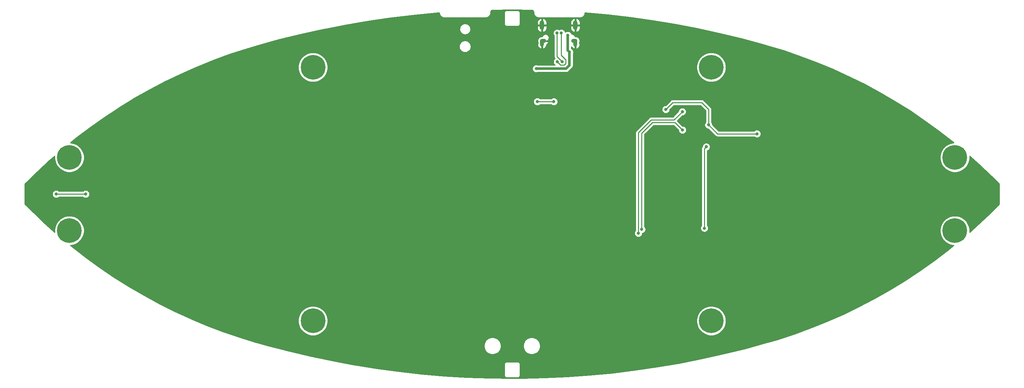
<source format=gbr>
%TF.GenerationSoftware,KiCad,Pcbnew,5.1.7-a382d34a8~87~ubuntu20.04.1*%
%TF.CreationDate,2020-11-03T23:07:43+05:30*%
%TF.ProjectId,halo,68616c6f-2e6b-4696-9361-645f70636258,v1*%
%TF.SameCoordinates,Original*%
%TF.FileFunction,Copper,L2,Bot*%
%TF.FilePolarity,Positive*%
%FSLAX46Y46*%
G04 Gerber Fmt 4.6, Leading zero omitted, Abs format (unit mm)*
G04 Created by KiCad (PCBNEW 5.1.7-a382d34a8~87~ubuntu20.04.1) date 2020-11-03 23:07:43*
%MOMM*%
%LPD*%
G01*
G04 APERTURE LIST*
%TA.AperFunction,ComponentPad*%
%ADD10O,1.000000X2.000000*%
%TD*%
%TA.AperFunction,ComponentPad*%
%ADD11O,1.200000X2.400000*%
%TD*%
%TA.AperFunction,ComponentPad*%
%ADD12O,1.600000X1.000000*%
%TD*%
%TA.AperFunction,ComponentPad*%
%ADD13C,6.400000*%
%TD*%
%TA.AperFunction,ComponentPad*%
%ADD14C,0.800000*%
%TD*%
%TA.AperFunction,ViaPad*%
%ADD15C,0.800000*%
%TD*%
%TA.AperFunction,Conductor*%
%ADD16C,0.254000*%
%TD*%
%TA.AperFunction,Conductor*%
%ADD17C,0.635000*%
%TD*%
%TA.AperFunction,Conductor*%
%ADD18C,0.100000*%
%TD*%
G04 APERTURE END LIST*
D10*
%TO.P,J2,S1*%
%TO.N,GND*%
X156085000Y-62377000D03*
X147445000Y-62377000D03*
D11*
X147445000Y-57827000D03*
X156085000Y-57827000D03*
D12*
X147740000Y-61882000D03*
X155790000Y-61882000D03*
%TD*%
D13*
%TO.P,SC1,1*%
%TO.N,N/C*%
X25017000Y-92125000D03*
D14*
X27417000Y-92125000D03*
X26714056Y-93822056D03*
X25017000Y-94525000D03*
X23319944Y-93822056D03*
X22617000Y-92125000D03*
X23319944Y-90427944D03*
X25017000Y-89725000D03*
X26714056Y-90427944D03*
%TD*%
D13*
%TO.P,SC2,1*%
%TO.N,N/C*%
X88114000Y-68741000D03*
D14*
X90514000Y-68741000D03*
X89811056Y-70438056D03*
X88114000Y-71141000D03*
X86416944Y-70438056D03*
X85714000Y-68741000D03*
X86416944Y-67043944D03*
X88114000Y-66341000D03*
X89811056Y-67043944D03*
%TD*%
D13*
%TO.P,SC3,1*%
%TO.N,N/C*%
X191286000Y-68741000D03*
D14*
X193686000Y-68741000D03*
X192983056Y-70438056D03*
X191286000Y-71141000D03*
X189588944Y-70438056D03*
X188886000Y-68741000D03*
X189588944Y-67043944D03*
X191286000Y-66341000D03*
X192983056Y-67043944D03*
%TD*%
D13*
%TO.P,SC4,1*%
%TO.N,N/C*%
X254383000Y-92125000D03*
D14*
X256783000Y-92125000D03*
X256080056Y-93822056D03*
X254383000Y-94525000D03*
X252685944Y-93822056D03*
X251983000Y-92125000D03*
X252685944Y-90427944D03*
X254383000Y-89725000D03*
X256080056Y-90427944D03*
%TD*%
D13*
%TO.P,SC5,1*%
%TO.N,N/C*%
X254383000Y-111075000D03*
D14*
X256783000Y-111075000D03*
X256080056Y-112772056D03*
X254383000Y-113475000D03*
X252685944Y-112772056D03*
X251983000Y-111075000D03*
X252685944Y-109377944D03*
X254383000Y-108675000D03*
X256080056Y-109377944D03*
%TD*%
D13*
%TO.P,SC6,1*%
%TO.N,N/C*%
X191286000Y-134459000D03*
D14*
X193686000Y-134459000D03*
X192983056Y-136156056D03*
X191286000Y-136859000D03*
X189588944Y-136156056D03*
X188886000Y-134459000D03*
X189588944Y-132761944D03*
X191286000Y-132059000D03*
X192983056Y-132761944D03*
%TD*%
D13*
%TO.P,SC7,1*%
%TO.N,N/C*%
X88114000Y-134459000D03*
D14*
X90514000Y-134459000D03*
X89811056Y-136156056D03*
X88114000Y-136859000D03*
X86416944Y-136156056D03*
X85714000Y-134459000D03*
X86416944Y-132761944D03*
X88114000Y-132059000D03*
X89811056Y-132761944D03*
%TD*%
D13*
%TO.P,SC8,1*%
%TO.N,N/C*%
X25017000Y-111075000D03*
D14*
X27417000Y-111075000D03*
X26714056Y-112772056D03*
X25017000Y-113475000D03*
X23319944Y-112772056D03*
X22617000Y-111075000D03*
X23319944Y-109377944D03*
X25017000Y-108675000D03*
X26714056Y-109377944D03*
%TD*%
D15*
%TO.N,GND*%
X123698000Y-87325200D03*
X125095000Y-85369400D03*
X193040000Y-77216000D03*
X30810200Y-97790000D03*
X38430200Y-97790000D03*
X46075600Y-97790000D03*
X53670200Y-97790000D03*
X61290200Y-97790000D03*
X68910200Y-97790000D03*
X76530200Y-97790000D03*
X84150200Y-97790000D03*
X91770200Y-97790000D03*
X99390200Y-97790000D03*
X107010200Y-97790000D03*
X114630200Y-97790000D03*
X122250200Y-97790000D03*
X129870200Y-97790000D03*
X137515600Y-97790000D03*
X145110200Y-97790000D03*
X152755600Y-97790000D03*
X160350200Y-97790000D03*
X167970200Y-97790000D03*
X175590200Y-97790000D03*
X183210200Y-97790000D03*
X190830200Y-97790000D03*
X198450200Y-97790000D03*
X206095600Y-97790000D03*
X213690200Y-97790000D03*
X221310200Y-97790000D03*
X228930200Y-97790000D03*
X236550200Y-97790000D03*
X244170200Y-97790000D03*
X251790200Y-97790000D03*
X230632000Y-92710000D03*
X210693000Y-87122000D03*
X184404000Y-94513400D03*
X158749992Y-63119000D03*
X191262000Y-89535000D03*
X198983600Y-75514200D03*
X176022000Y-70688200D03*
X179679600Y-65532000D03*
X58039000Y-93802200D03*
X183007016Y-94615000D03*
X185801000Y-94615000D03*
X259461000Y-97790000D03*
X24282400Y-99161600D03*
X143103600Y-66090800D03*
X120015000Y-58851800D03*
X119989600Y-64947800D03*
X121818400Y-56845200D03*
X121793000Y-66954400D03*
X156667200Y-70256400D03*
X149885400Y-139522200D03*
X149885400Y-134797800D03*
X143510000Y-124333000D03*
X144653000Y-122809000D03*
X147447000Y-64109600D03*
X156667200Y-68884800D03*
X156667200Y-71729600D03*
X156083000Y-64084200D03*
X148590000Y-64109600D03*
X196149000Y-93660000D03*
X199959000Y-93660000D03*
X198104800Y-93660000D03*
X195732400Y-89992200D03*
X167970200Y-79730600D03*
X175920400Y-79756000D03*
X180594000Y-92735400D03*
X178054000Y-92735400D03*
X197154800Y-73482200D03*
X107188000Y-79502000D03*
X109474000Y-79502000D03*
X217220800Y-84277200D03*
X42672000Y-112014000D03*
X81280000Y-112014000D03*
X118872000Y-112014000D03*
X156972000Y-112039400D03*
X195326000Y-112039400D03*
X233172000Y-112039400D03*
%TO.N,/RESET*%
X190576200Y-83667600D03*
X203123800Y-85979000D03*
X179527200Y-79654400D03*
%TO.N,/Vusb*%
X154559000Y-64770000D03*
X145948400Y-69088000D03*
X154127200Y-60426600D03*
%TO.N,/D+*%
X152679400Y-67284600D03*
X151358600Y-59867800D03*
%TO.N,/D-*%
X151390000Y-67284600D03*
X152450796Y-59867800D03*
%TO.N,/CC2*%
X150495000Y-77647800D03*
X146227800Y-77647828D03*
%TO.N,/SDA*%
X183794400Y-80238600D03*
X172415200Y-111734600D03*
%TO.N,/SCL*%
X183819800Y-84988400D03*
X173278800Y-110769400D03*
%TO.N,/D5~~_DAT*%
X29210000Y-101600000D03*
X21590000Y-101600000D03*
%TO.N,/D4_MODE*%
X189987418Y-89352618D03*
X189509400Y-110439200D03*
%TD*%
D16*
%TO.N,/RESET*%
X192887600Y-85979000D02*
X203123800Y-85979000D01*
X190576200Y-83667600D02*
X192887600Y-85979000D01*
X188798200Y-77851000D02*
X190576200Y-79629000D01*
X181330600Y-77851000D02*
X188798200Y-77851000D01*
X190576200Y-79629000D02*
X190576200Y-83667600D01*
X179527200Y-79654400D02*
X181330600Y-77851000D01*
D17*
%TO.N,/Vusb*%
X154559000Y-64770000D02*
X154559000Y-68199000D01*
X153670000Y-69088000D02*
X145948400Y-69088000D01*
X154559000Y-68199000D02*
X153670000Y-69088000D01*
X154127200Y-64338200D02*
X154559000Y-64770000D01*
X154127200Y-60426600D02*
X154127200Y-64338200D01*
D16*
%TO.N,/D+*%
X152679400Y-67284600D02*
X151358600Y-65963800D01*
X151358600Y-65963800D02*
X151358600Y-59867800D01*
%TO.N,/D-*%
X152603200Y-59969400D02*
X152501600Y-59867800D01*
X152501600Y-59867800D02*
X152450796Y-59867800D01*
X153593800Y-66776600D02*
X152450796Y-65633596D01*
X153162000Y-68148200D02*
X153593800Y-67716400D01*
X152450796Y-65633596D02*
X152450796Y-59867800D01*
X152253600Y-68148200D02*
X153162000Y-68148200D01*
X153593800Y-67716400D02*
X153593800Y-66776600D01*
X151390000Y-67284600D02*
X152253600Y-68148200D01*
%TO.N,/CC2*%
X150495000Y-77647800D02*
X146227828Y-77647800D01*
X146227828Y-77647800D02*
X146227800Y-77647828D01*
%TO.N,/SDA*%
X183794400Y-80238600D02*
X181660800Y-82372200D01*
X175742600Y-82372200D02*
X172415200Y-85699600D01*
X181660800Y-82372200D02*
X175742600Y-82372200D01*
X172415200Y-85699600D02*
X172415200Y-111734600D01*
%TO.N,/SCL*%
X173278800Y-85801200D02*
X173278800Y-110769400D01*
X176022000Y-83058000D02*
X173278800Y-85801200D01*
X181889400Y-83058000D02*
X176022000Y-83058000D01*
X183819800Y-84988400D02*
X181889400Y-83058000D01*
%TO.N,/D5~~_DAT*%
X29210000Y-101600000D02*
X29083000Y-101600000D01*
X29210000Y-101600000D02*
X21590000Y-101600000D01*
%TO.N,/D4_MODE*%
X189987418Y-89352618D02*
X189509400Y-89830636D01*
X189509400Y-89830636D02*
X189509400Y-110439200D01*
%TD*%
%TO.N,GND*%
X144744243Y-53893351D02*
X144873202Y-53905995D01*
X144962849Y-53933062D01*
X145045537Y-53977027D01*
X145118106Y-54036214D01*
X145177804Y-54108376D01*
X145222341Y-54190746D01*
X145250034Y-54280207D01*
X145263000Y-54403570D01*
X145263000Y-54515418D01*
X145265767Y-54543515D01*
X145265735Y-54548137D01*
X145266635Y-54557309D01*
X145282180Y-54705210D01*
X145294203Y-54763780D01*
X145305416Y-54822563D01*
X145308079Y-54831385D01*
X145352055Y-54973452D01*
X145375240Y-55028607D01*
X145397645Y-55084062D01*
X145401972Y-55092199D01*
X145472705Y-55223017D01*
X145506151Y-55272603D01*
X145538911Y-55322665D01*
X145544735Y-55329806D01*
X145639532Y-55444394D01*
X145681947Y-55486514D01*
X145723829Y-55529283D01*
X145730930Y-55535157D01*
X145846177Y-55629149D01*
X145895967Y-55662229D01*
X145945357Y-55696048D01*
X145953464Y-55700431D01*
X146084772Y-55770249D01*
X146140054Y-55793034D01*
X146195059Y-55816610D01*
X146203862Y-55819335D01*
X146346231Y-55862318D01*
X146404893Y-55873934D01*
X146463424Y-55886375D01*
X146472585Y-55887338D01*
X146472589Y-55887338D01*
X146620596Y-55901850D01*
X146620608Y-55901850D01*
X146652682Y-55905004D01*
X157274711Y-55903385D01*
X157299764Y-55900914D01*
X157389370Y-55894047D01*
X157441402Y-55884889D01*
X157493728Y-55877569D01*
X157502671Y-55875345D01*
X157622727Y-55844601D01*
X157678935Y-55824183D01*
X157735458Y-55804540D01*
X157743798Y-55800621D01*
X157855596Y-55747143D01*
X157906741Y-55716212D01*
X157958394Y-55685952D01*
X157965814Y-55680488D01*
X158065096Y-55606314D01*
X158109303Y-55565999D01*
X158154055Y-55526317D01*
X158160273Y-55519516D01*
X158243258Y-55427470D01*
X158278789Y-55379341D01*
X158314982Y-55331721D01*
X158319761Y-55323841D01*
X158383285Y-55217430D01*
X158408766Y-55163368D01*
X158435048Y-55109570D01*
X158438204Y-55100912D01*
X158479850Y-54984189D01*
X158482704Y-54972775D01*
X158487337Y-54961964D01*
X158498300Y-54910389D01*
X158511091Y-54859225D01*
X158511673Y-54847476D01*
X158514119Y-54835969D01*
X158515082Y-54826805D01*
X158524653Y-54729193D01*
X158534297Y-54697249D01*
X158549962Y-54667788D01*
X158571053Y-54641928D01*
X158596760Y-54620661D01*
X158626115Y-54604789D01*
X158657991Y-54594921D01*
X158693791Y-54591159D01*
X164471893Y-55120321D01*
X170288775Y-55796711D01*
X176087444Y-56615025D01*
X181864333Y-57574760D01*
X187616071Y-58675354D01*
X193339197Y-59916146D01*
X199030310Y-61296398D01*
X204689136Y-62816127D01*
X205782776Y-63127027D01*
X210129566Y-64451831D01*
X214425571Y-65918500D01*
X218670621Y-67526809D01*
X222860016Y-69274980D01*
X226989126Y-71161082D01*
X231053420Y-73183041D01*
X235048498Y-75338671D01*
X238969871Y-77625553D01*
X242813266Y-80041191D01*
X246574449Y-82582923D01*
X250249293Y-85247961D01*
X253833795Y-88033404D01*
X254142318Y-88290000D01*
X254005285Y-88290000D01*
X253264372Y-88437377D01*
X252566446Y-88726467D01*
X251938330Y-89146161D01*
X251404161Y-89680330D01*
X250984467Y-90308446D01*
X250695377Y-91006372D01*
X250548000Y-91747285D01*
X250548000Y-92502715D01*
X250695377Y-93243628D01*
X250984467Y-93941554D01*
X251404161Y-94569670D01*
X251938330Y-95103839D01*
X252566446Y-95523533D01*
X253264372Y-95812623D01*
X254005285Y-95960000D01*
X254760715Y-95960000D01*
X255501628Y-95812623D01*
X256199554Y-95523533D01*
X256827670Y-95103839D01*
X257361839Y-94569670D01*
X257781533Y-93941554D01*
X258070623Y-93243628D01*
X258218000Y-92502715D01*
X258218000Y-91747285D01*
X258214140Y-91727880D01*
X260715928Y-93952982D01*
X264007404Y-97081945D01*
X265911000Y-98993568D01*
X265911001Y-104205321D01*
X262876884Y-107217368D01*
X259550976Y-110307004D01*
X258214957Y-111468013D01*
X258218000Y-111452715D01*
X258218000Y-110697285D01*
X258070623Y-109956372D01*
X257781533Y-109258446D01*
X257361839Y-108630330D01*
X256827670Y-108096161D01*
X256199554Y-107676467D01*
X255501628Y-107387377D01*
X254760715Y-107240000D01*
X254005285Y-107240000D01*
X253264372Y-107387377D01*
X252566446Y-107676467D01*
X251938330Y-108096161D01*
X251404161Y-108630330D01*
X250984467Y-109258446D01*
X250695377Y-109956372D01*
X250548000Y-110697285D01*
X250548000Y-111452715D01*
X250695377Y-112193628D01*
X250984467Y-112891554D01*
X251404161Y-113519670D01*
X251938330Y-114053839D01*
X252566446Y-114473533D01*
X253264372Y-114762623D01*
X254005285Y-114910000D01*
X254123837Y-114910000D01*
X252601154Y-116147047D01*
X248984869Y-118891048D01*
X245279560Y-121513665D01*
X241489363Y-124011973D01*
X237618426Y-126383238D01*
X233670948Y-128624885D01*
X229651329Y-130734414D01*
X225564017Y-132709493D01*
X221413471Y-134547970D01*
X217204188Y-136247850D01*
X212940928Y-137807210D01*
X208626495Y-139224962D01*
X205804836Y-140067226D01*
X205803482Y-140067559D01*
X205794577Y-140069929D01*
X200136135Y-141617904D01*
X194449386Y-143025232D01*
X188729969Y-144293196D01*
X182981260Y-145421048D01*
X177206730Y-146408107D01*
X171409796Y-147253787D01*
X165593935Y-147957584D01*
X159762619Y-148519077D01*
X153919279Y-148937932D01*
X148067510Y-149213896D01*
X142208420Y-149346857D01*
X139696544Y-149360009D01*
X139682383Y-149360256D01*
X133842001Y-149288896D01*
X127987618Y-149074222D01*
X122140253Y-148716579D01*
X116303335Y-148216174D01*
X110480433Y-147573317D01*
X104674927Y-146788379D01*
X98890351Y-145861836D01*
X98330104Y-145758000D01*
X137645807Y-145758000D01*
X137649000Y-145790420D01*
X137649001Y-148507571D01*
X137645807Y-148540000D01*
X137658550Y-148669383D01*
X137696290Y-148793793D01*
X137757575Y-148908450D01*
X137840052Y-149008948D01*
X137940550Y-149091425D01*
X138055207Y-149152710D01*
X138179617Y-149190450D01*
X138276581Y-149200000D01*
X138309000Y-149203193D01*
X138341419Y-149200000D01*
X141058581Y-149200000D01*
X141091000Y-149203193D01*
X141123419Y-149200000D01*
X141220383Y-149190450D01*
X141344793Y-149152710D01*
X141459450Y-149091425D01*
X141559948Y-149008948D01*
X141642425Y-148908450D01*
X141703710Y-148793793D01*
X141741450Y-148669383D01*
X141754193Y-148540000D01*
X141751000Y-148507581D01*
X141751000Y-145790419D01*
X141754193Y-145758000D01*
X141741450Y-145628617D01*
X141703710Y-145504207D01*
X141642425Y-145389550D01*
X141559948Y-145289052D01*
X141459450Y-145206575D01*
X141344793Y-145145290D01*
X141220383Y-145107550D01*
X141123419Y-145098000D01*
X141091000Y-145094807D01*
X141058581Y-145098000D01*
X138341419Y-145098000D01*
X138309000Y-145094807D01*
X138276581Y-145098000D01*
X138179617Y-145107550D01*
X138055207Y-145145290D01*
X137940550Y-145206575D01*
X137840052Y-145289052D01*
X137757575Y-145389550D01*
X137696290Y-145504207D01*
X137658550Y-145628617D01*
X137645807Y-145758000D01*
X98330104Y-145758000D01*
X93130165Y-144794246D01*
X87397753Y-143586234D01*
X81696577Y-142238530D01*
X76027743Y-140751336D01*
X76026915Y-140751103D01*
X132397500Y-140751103D01*
X132397500Y-141188897D01*
X132482909Y-141618279D01*
X132650446Y-142022749D01*
X132893671Y-142386761D01*
X133203239Y-142696329D01*
X133567251Y-142939554D01*
X133971721Y-143107091D01*
X134401103Y-143192500D01*
X134838897Y-143192500D01*
X135268279Y-143107091D01*
X135672749Y-142939554D01*
X136036761Y-142696329D01*
X136346329Y-142386761D01*
X136589554Y-142022749D01*
X136757091Y-141618279D01*
X136842500Y-141188897D01*
X136842500Y-140751103D01*
X142557500Y-140751103D01*
X142557500Y-141188897D01*
X142642909Y-141618279D01*
X142810446Y-142022749D01*
X143053671Y-142386761D01*
X143363239Y-142696329D01*
X143727251Y-142939554D01*
X144131721Y-143107091D01*
X144561103Y-143192500D01*
X144998897Y-143192500D01*
X145428279Y-143107091D01*
X145832749Y-142939554D01*
X146196761Y-142696329D01*
X146506329Y-142386761D01*
X146749554Y-142022749D01*
X146917091Y-141618279D01*
X147002500Y-141188897D01*
X147002500Y-140751103D01*
X146917091Y-140321721D01*
X146749554Y-139917251D01*
X146506329Y-139553239D01*
X146196761Y-139243671D01*
X145832749Y-139000446D01*
X145428279Y-138832909D01*
X144998897Y-138747500D01*
X144561103Y-138747500D01*
X144131721Y-138832909D01*
X143727251Y-139000446D01*
X143363239Y-139243671D01*
X143053671Y-139553239D01*
X142810446Y-139917251D01*
X142642909Y-140321721D01*
X142557500Y-140751103D01*
X136842500Y-140751103D01*
X136757091Y-140321721D01*
X136589554Y-139917251D01*
X136346329Y-139553239D01*
X136036761Y-139243671D01*
X135672749Y-139000446D01*
X135268279Y-138832909D01*
X134838897Y-138747500D01*
X134401103Y-138747500D01*
X133971721Y-138832909D01*
X133567251Y-139000446D01*
X133203239Y-139243671D01*
X132893671Y-139553239D01*
X132650446Y-139917251D01*
X132482909Y-140321721D01*
X132397500Y-140751103D01*
X76026915Y-140751103D01*
X73639791Y-140080111D01*
X73638577Y-140079686D01*
X73623210Y-140074797D01*
X69270434Y-138748169D01*
X64974429Y-137281500D01*
X60729369Y-135673187D01*
X56914465Y-134081285D01*
X84279000Y-134081285D01*
X84279000Y-134836715D01*
X84426377Y-135577628D01*
X84715467Y-136275554D01*
X85135161Y-136903670D01*
X85669330Y-137437839D01*
X86297446Y-137857533D01*
X86995372Y-138146623D01*
X87736285Y-138294000D01*
X88491715Y-138294000D01*
X89232628Y-138146623D01*
X89930554Y-137857533D01*
X90558670Y-137437839D01*
X91092839Y-136903670D01*
X91512533Y-136275554D01*
X91801623Y-135577628D01*
X91949000Y-134836715D01*
X91949000Y-134081285D01*
X187451000Y-134081285D01*
X187451000Y-134836715D01*
X187598377Y-135577628D01*
X187887467Y-136275554D01*
X188307161Y-136903670D01*
X188841330Y-137437839D01*
X189469446Y-137857533D01*
X190167372Y-138146623D01*
X190908285Y-138294000D01*
X191663715Y-138294000D01*
X192404628Y-138146623D01*
X193102554Y-137857533D01*
X193730670Y-137437839D01*
X194264839Y-136903670D01*
X194684533Y-136275554D01*
X194973623Y-135577628D01*
X195121000Y-134836715D01*
X195121000Y-134081285D01*
X194973623Y-133340372D01*
X194684533Y-132642446D01*
X194264839Y-132014330D01*
X193730670Y-131480161D01*
X193102554Y-131060467D01*
X192404628Y-130771377D01*
X191663715Y-130624000D01*
X190908285Y-130624000D01*
X190167372Y-130771377D01*
X189469446Y-131060467D01*
X188841330Y-131480161D01*
X188307161Y-132014330D01*
X187887467Y-132642446D01*
X187598377Y-133340372D01*
X187451000Y-134081285D01*
X91949000Y-134081285D01*
X91801623Y-133340372D01*
X91512533Y-132642446D01*
X91092839Y-132014330D01*
X90558670Y-131480161D01*
X89930554Y-131060467D01*
X89232628Y-130771377D01*
X88491715Y-130624000D01*
X87736285Y-130624000D01*
X86995372Y-130771377D01*
X86297446Y-131060467D01*
X85669330Y-131480161D01*
X85135161Y-132014330D01*
X84715467Y-132642446D01*
X84426377Y-133340372D01*
X84279000Y-134081285D01*
X56914465Y-134081285D01*
X56539984Y-133925020D01*
X52410874Y-132038919D01*
X48346544Y-130016941D01*
X44351490Y-127861322D01*
X40430142Y-125574455D01*
X36586734Y-123158809D01*
X32825551Y-120617077D01*
X29150693Y-117952028D01*
X25566205Y-115166596D01*
X25257682Y-114910000D01*
X25394715Y-114910000D01*
X26135628Y-114762623D01*
X26833554Y-114473533D01*
X27461670Y-114053839D01*
X27995839Y-113519670D01*
X28415533Y-112891554D01*
X28704623Y-112193628D01*
X28816206Y-111632661D01*
X171380200Y-111632661D01*
X171380200Y-111836539D01*
X171419974Y-112036498D01*
X171497995Y-112224856D01*
X171611263Y-112394374D01*
X171755426Y-112538537D01*
X171924944Y-112651805D01*
X172113302Y-112729826D01*
X172313261Y-112769600D01*
X172517139Y-112769600D01*
X172717098Y-112729826D01*
X172905456Y-112651805D01*
X173074974Y-112538537D01*
X173219137Y-112394374D01*
X173332405Y-112224856D01*
X173410426Y-112036498D01*
X173450200Y-111836539D01*
X173450200Y-111790583D01*
X173580698Y-111764626D01*
X173769056Y-111686605D01*
X173938574Y-111573337D01*
X174082737Y-111429174D01*
X174196005Y-111259656D01*
X174274026Y-111071298D01*
X174313800Y-110871339D01*
X174313800Y-110667461D01*
X174274026Y-110467502D01*
X174220079Y-110337261D01*
X188474400Y-110337261D01*
X188474400Y-110541139D01*
X188514174Y-110741098D01*
X188592195Y-110929456D01*
X188705463Y-111098974D01*
X188849626Y-111243137D01*
X189019144Y-111356405D01*
X189207502Y-111434426D01*
X189407461Y-111474200D01*
X189611339Y-111474200D01*
X189811298Y-111434426D01*
X189999656Y-111356405D01*
X190169174Y-111243137D01*
X190313337Y-111098974D01*
X190426605Y-110929456D01*
X190504626Y-110741098D01*
X190544400Y-110541139D01*
X190544400Y-110337261D01*
X190504626Y-110137302D01*
X190426605Y-109948944D01*
X190313337Y-109779426D01*
X190271400Y-109737489D01*
X190271400Y-90351408D01*
X190289316Y-90347844D01*
X190477674Y-90269823D01*
X190647192Y-90156555D01*
X190791355Y-90012392D01*
X190904623Y-89842874D01*
X190982644Y-89654516D01*
X191022418Y-89454557D01*
X191022418Y-89250679D01*
X190982644Y-89050720D01*
X190904623Y-88862362D01*
X190791355Y-88692844D01*
X190647192Y-88548681D01*
X190477674Y-88435413D01*
X190289316Y-88357392D01*
X190089357Y-88317618D01*
X189885479Y-88317618D01*
X189685520Y-88357392D01*
X189497162Y-88435413D01*
X189327644Y-88548681D01*
X189183481Y-88692844D01*
X189070213Y-88862362D01*
X188992192Y-89050720D01*
X188952418Y-89250679D01*
X188952418Y-89308174D01*
X188936816Y-89327186D01*
X188872755Y-89405244D01*
X188837566Y-89471079D01*
X188801998Y-89537622D01*
X188758426Y-89681259D01*
X188747421Y-89792998D01*
X188743714Y-89830636D01*
X188747400Y-89868059D01*
X188747401Y-109737488D01*
X188705463Y-109779426D01*
X188592195Y-109948944D01*
X188514174Y-110137302D01*
X188474400Y-110337261D01*
X174220079Y-110337261D01*
X174196005Y-110279144D01*
X174082737Y-110109626D01*
X174040800Y-110067689D01*
X174040800Y-86116830D01*
X176337630Y-83820000D01*
X181573770Y-83820000D01*
X182784800Y-85031031D01*
X182784800Y-85090339D01*
X182824574Y-85290298D01*
X182902595Y-85478656D01*
X183015863Y-85648174D01*
X183160026Y-85792337D01*
X183329544Y-85905605D01*
X183517902Y-85983626D01*
X183717861Y-86023400D01*
X183921739Y-86023400D01*
X184121698Y-85983626D01*
X184310056Y-85905605D01*
X184479574Y-85792337D01*
X184623737Y-85648174D01*
X184737005Y-85478656D01*
X184815026Y-85290298D01*
X184854800Y-85090339D01*
X184854800Y-84886461D01*
X184815026Y-84686502D01*
X184737005Y-84498144D01*
X184623737Y-84328626D01*
X184479574Y-84184463D01*
X184310056Y-84071195D01*
X184121698Y-83993174D01*
X183921739Y-83953400D01*
X183862431Y-83953400D01*
X182509830Y-82600800D01*
X183837031Y-81273600D01*
X183896339Y-81273600D01*
X184096298Y-81233826D01*
X184284656Y-81155805D01*
X184454174Y-81042537D01*
X184598337Y-80898374D01*
X184711605Y-80728856D01*
X184789626Y-80540498D01*
X184829400Y-80340539D01*
X184829400Y-80136661D01*
X184789626Y-79936702D01*
X184711605Y-79748344D01*
X184598337Y-79578826D01*
X184454174Y-79434663D01*
X184284656Y-79321395D01*
X184096298Y-79243374D01*
X183896339Y-79203600D01*
X183692461Y-79203600D01*
X183492502Y-79243374D01*
X183304144Y-79321395D01*
X183134626Y-79434663D01*
X182990463Y-79578826D01*
X182877195Y-79748344D01*
X182799174Y-79936702D01*
X182759400Y-80136661D01*
X182759400Y-80195969D01*
X181345170Y-81610200D01*
X175780022Y-81610200D01*
X175742599Y-81606514D01*
X175705176Y-81610200D01*
X175705174Y-81610200D01*
X175593222Y-81621226D01*
X175449585Y-81664798D01*
X175449583Y-81664799D01*
X175435226Y-81672473D01*
X175317208Y-81735555D01*
X175201178Y-81830778D01*
X175177321Y-81859848D01*
X171902854Y-85134316D01*
X171873778Y-85158178D01*
X171825505Y-85217000D01*
X171778555Y-85274208D01*
X171754493Y-85319226D01*
X171707798Y-85406586D01*
X171664226Y-85550223D01*
X171656857Y-85625045D01*
X171649514Y-85699600D01*
X171653200Y-85737023D01*
X171653201Y-111032888D01*
X171611263Y-111074826D01*
X171497995Y-111244344D01*
X171419974Y-111432702D01*
X171380200Y-111632661D01*
X28816206Y-111632661D01*
X28852000Y-111452715D01*
X28852000Y-110697285D01*
X28704623Y-109956372D01*
X28415533Y-109258446D01*
X27995839Y-108630330D01*
X27461670Y-108096161D01*
X26833554Y-107676467D01*
X26135628Y-107387377D01*
X25394715Y-107240000D01*
X24639285Y-107240000D01*
X23898372Y-107387377D01*
X23200446Y-107676467D01*
X22572330Y-108096161D01*
X22038161Y-108630330D01*
X21618467Y-109258446D01*
X21329377Y-109956372D01*
X21182000Y-110697285D01*
X21182000Y-111452715D01*
X21185860Y-111472120D01*
X18684071Y-109247016D01*
X15392577Y-106118038D01*
X13489000Y-104206432D01*
X13489000Y-101498061D01*
X20555000Y-101498061D01*
X20555000Y-101701939D01*
X20594774Y-101901898D01*
X20672795Y-102090256D01*
X20786063Y-102259774D01*
X20930226Y-102403937D01*
X21099744Y-102517205D01*
X21288102Y-102595226D01*
X21488061Y-102635000D01*
X21691939Y-102635000D01*
X21891898Y-102595226D01*
X22080256Y-102517205D01*
X22249774Y-102403937D01*
X22291711Y-102362000D01*
X28508289Y-102362000D01*
X28550226Y-102403937D01*
X28719744Y-102517205D01*
X28908102Y-102595226D01*
X29108061Y-102635000D01*
X29311939Y-102635000D01*
X29511898Y-102595226D01*
X29700256Y-102517205D01*
X29869774Y-102403937D01*
X30013937Y-102259774D01*
X30127205Y-102090256D01*
X30205226Y-101901898D01*
X30245000Y-101701939D01*
X30245000Y-101498061D01*
X30205226Y-101298102D01*
X30127205Y-101109744D01*
X30013937Y-100940226D01*
X29869774Y-100796063D01*
X29700256Y-100682795D01*
X29511898Y-100604774D01*
X29311939Y-100565000D01*
X29108061Y-100565000D01*
X28908102Y-100604774D01*
X28719744Y-100682795D01*
X28550226Y-100796063D01*
X28508289Y-100838000D01*
X22291711Y-100838000D01*
X22249774Y-100796063D01*
X22080256Y-100682795D01*
X21891898Y-100604774D01*
X21691939Y-100565000D01*
X21488061Y-100565000D01*
X21288102Y-100604774D01*
X21099744Y-100682795D01*
X20930226Y-100796063D01*
X20786063Y-100940226D01*
X20672795Y-101109744D01*
X20594774Y-101298102D01*
X20555000Y-101498061D01*
X13489000Y-101498061D01*
X13489000Y-98994678D01*
X16523116Y-95982632D01*
X19848994Y-92893023D01*
X21185043Y-91731987D01*
X21182000Y-91747285D01*
X21182000Y-92502715D01*
X21329377Y-93243628D01*
X21618467Y-93941554D01*
X22038161Y-94569670D01*
X22572330Y-95103839D01*
X23200446Y-95523533D01*
X23898372Y-95812623D01*
X24639285Y-95960000D01*
X25394715Y-95960000D01*
X26135628Y-95812623D01*
X26833554Y-95523533D01*
X27461670Y-95103839D01*
X27995839Y-94569670D01*
X28415533Y-93941554D01*
X28704623Y-93243628D01*
X28852000Y-92502715D01*
X28852000Y-91747285D01*
X28704623Y-91006372D01*
X28415533Y-90308446D01*
X27995839Y-89680330D01*
X27461670Y-89146161D01*
X26833554Y-88726467D01*
X26135628Y-88437377D01*
X25394715Y-88290000D01*
X25276164Y-88290000D01*
X26798847Y-87052953D01*
X30415132Y-84308952D01*
X34120412Y-81686353D01*
X37357752Y-79552461D01*
X178492200Y-79552461D01*
X178492200Y-79756339D01*
X178531974Y-79956298D01*
X178609995Y-80144656D01*
X178723263Y-80314174D01*
X178867426Y-80458337D01*
X179036944Y-80571605D01*
X179225302Y-80649626D01*
X179425261Y-80689400D01*
X179629139Y-80689400D01*
X179829098Y-80649626D01*
X180017456Y-80571605D01*
X180186974Y-80458337D01*
X180331137Y-80314174D01*
X180444405Y-80144656D01*
X180522426Y-79956298D01*
X180562200Y-79756339D01*
X180562200Y-79697030D01*
X181646231Y-78613000D01*
X188482570Y-78613000D01*
X189814200Y-79944630D01*
X189814201Y-82965888D01*
X189772263Y-83007826D01*
X189658995Y-83177344D01*
X189580974Y-83365702D01*
X189541200Y-83565661D01*
X189541200Y-83769539D01*
X189580974Y-83969498D01*
X189658995Y-84157856D01*
X189772263Y-84327374D01*
X189916426Y-84471537D01*
X190085944Y-84584805D01*
X190274302Y-84662826D01*
X190474261Y-84702600D01*
X190533570Y-84702600D01*
X192322321Y-86491352D01*
X192346178Y-86520422D01*
X192462208Y-86615645D01*
X192594585Y-86686402D01*
X192738222Y-86729974D01*
X192850174Y-86741000D01*
X192850176Y-86741000D01*
X192887599Y-86744686D01*
X192925022Y-86741000D01*
X202422089Y-86741000D01*
X202464026Y-86782937D01*
X202633544Y-86896205D01*
X202821902Y-86974226D01*
X203021861Y-87014000D01*
X203225739Y-87014000D01*
X203425698Y-86974226D01*
X203614056Y-86896205D01*
X203783574Y-86782937D01*
X203927737Y-86638774D01*
X204041005Y-86469256D01*
X204119026Y-86280898D01*
X204158800Y-86080939D01*
X204158800Y-85877061D01*
X204119026Y-85677102D01*
X204041005Y-85488744D01*
X203927737Y-85319226D01*
X203783574Y-85175063D01*
X203614056Y-85061795D01*
X203425698Y-84983774D01*
X203225739Y-84944000D01*
X203021861Y-84944000D01*
X202821902Y-84983774D01*
X202633544Y-85061795D01*
X202464026Y-85175063D01*
X202422089Y-85217000D01*
X193203231Y-85217000D01*
X191611200Y-83624970D01*
X191611200Y-83565661D01*
X191571426Y-83365702D01*
X191493405Y-83177344D01*
X191380137Y-83007826D01*
X191338200Y-82965889D01*
X191338200Y-79666423D01*
X191341886Y-79629000D01*
X191338133Y-79590896D01*
X191327174Y-79479622D01*
X191283602Y-79335985D01*
X191235632Y-79246240D01*
X191212845Y-79203607D01*
X191176824Y-79159716D01*
X191117622Y-79087578D01*
X191088547Y-79063717D01*
X189363484Y-77338654D01*
X189339622Y-77309578D01*
X189223592Y-77214355D01*
X189091215Y-77143598D01*
X188947578Y-77100026D01*
X188835626Y-77089000D01*
X188835623Y-77089000D01*
X188798200Y-77085314D01*
X188760777Y-77089000D01*
X181368023Y-77089000D01*
X181330600Y-77085314D01*
X181293177Y-77089000D01*
X181293174Y-77089000D01*
X181181222Y-77100026D01*
X181037585Y-77143598D01*
X181000147Y-77163609D01*
X180905207Y-77214355D01*
X180873859Y-77240082D01*
X180789178Y-77309578D01*
X180765321Y-77338648D01*
X179484570Y-78619400D01*
X179425261Y-78619400D01*
X179225302Y-78659174D01*
X179036944Y-78737195D01*
X178867426Y-78850463D01*
X178723263Y-78994626D01*
X178609995Y-79164144D01*
X178531974Y-79352502D01*
X178492200Y-79552461D01*
X37357752Y-79552461D01*
X37910659Y-79188013D01*
X40591321Y-77545889D01*
X145192800Y-77545889D01*
X145192800Y-77749767D01*
X145232574Y-77949726D01*
X145310595Y-78138084D01*
X145423863Y-78307602D01*
X145568026Y-78451765D01*
X145737544Y-78565033D01*
X145925902Y-78643054D01*
X146125861Y-78682828D01*
X146329739Y-78682828D01*
X146529698Y-78643054D01*
X146718056Y-78565033D01*
X146887574Y-78451765D01*
X146929539Y-78409800D01*
X149793289Y-78409800D01*
X149835226Y-78451737D01*
X150004744Y-78565005D01*
X150193102Y-78643026D01*
X150393061Y-78682800D01*
X150596939Y-78682800D01*
X150796898Y-78643026D01*
X150985256Y-78565005D01*
X151154774Y-78451737D01*
X151298937Y-78307574D01*
X151412205Y-78138056D01*
X151490226Y-77949698D01*
X151530000Y-77749739D01*
X151530000Y-77545861D01*
X151490226Y-77345902D01*
X151412205Y-77157544D01*
X151298937Y-76988026D01*
X151154774Y-76843863D01*
X150985256Y-76730595D01*
X150796898Y-76652574D01*
X150596939Y-76612800D01*
X150393061Y-76612800D01*
X150193102Y-76652574D01*
X150004744Y-76730595D01*
X149835226Y-76843863D01*
X149793289Y-76885800D01*
X146929483Y-76885800D01*
X146887574Y-76843891D01*
X146718056Y-76730623D01*
X146529698Y-76652602D01*
X146329739Y-76612828D01*
X146125861Y-76612828D01*
X145925902Y-76652602D01*
X145737544Y-76730623D01*
X145568026Y-76843891D01*
X145423863Y-76988054D01*
X145310595Y-77157572D01*
X145232574Y-77345930D01*
X145192800Y-77545889D01*
X40591321Y-77545889D01*
X41781588Y-76816754D01*
X45729040Y-74575122D01*
X49748659Y-72465592D01*
X53835983Y-70490507D01*
X57986529Y-68652030D01*
X58701526Y-68363285D01*
X84279000Y-68363285D01*
X84279000Y-69118715D01*
X84426377Y-69859628D01*
X84715467Y-70557554D01*
X85135161Y-71185670D01*
X85669330Y-71719839D01*
X86297446Y-72139533D01*
X86995372Y-72428623D01*
X87736285Y-72576000D01*
X88491715Y-72576000D01*
X89232628Y-72428623D01*
X89930554Y-72139533D01*
X90558670Y-71719839D01*
X91092839Y-71185670D01*
X91512533Y-70557554D01*
X91801623Y-69859628D01*
X91949000Y-69118715D01*
X91949000Y-68986061D01*
X144913400Y-68986061D01*
X144913400Y-69189939D01*
X144953174Y-69389898D01*
X145031195Y-69578256D01*
X145144463Y-69747774D01*
X145288626Y-69891937D01*
X145458144Y-70005205D01*
X145646502Y-70083226D01*
X145846461Y-70123000D01*
X146050339Y-70123000D01*
X146250298Y-70083226D01*
X146353447Y-70040500D01*
X153623215Y-70040500D01*
X153670000Y-70045108D01*
X153716785Y-70040500D01*
X153856723Y-70026717D01*
X154036269Y-69972252D01*
X154201741Y-69883806D01*
X154346778Y-69764778D01*
X154376607Y-69728431D01*
X155199436Y-68905603D01*
X155235778Y-68875778D01*
X155354806Y-68730741D01*
X155443252Y-68565269D01*
X155497717Y-68385723D01*
X155499926Y-68363285D01*
X187451000Y-68363285D01*
X187451000Y-69118715D01*
X187598377Y-69859628D01*
X187887467Y-70557554D01*
X188307161Y-71185670D01*
X188841330Y-71719839D01*
X189469446Y-72139533D01*
X190167372Y-72428623D01*
X190908285Y-72576000D01*
X191663715Y-72576000D01*
X192404628Y-72428623D01*
X193102554Y-72139533D01*
X193730670Y-71719839D01*
X194264839Y-71185670D01*
X194684533Y-70557554D01*
X194973623Y-69859628D01*
X195121000Y-69118715D01*
X195121000Y-68363285D01*
X194973623Y-67622372D01*
X194684533Y-66924446D01*
X194264839Y-66296330D01*
X193730670Y-65762161D01*
X193102554Y-65342467D01*
X192404628Y-65053377D01*
X191663715Y-64906000D01*
X190908285Y-64906000D01*
X190167372Y-65053377D01*
X189469446Y-65342467D01*
X188841330Y-65762161D01*
X188307161Y-66296330D01*
X187887467Y-66924446D01*
X187598377Y-67622372D01*
X187451000Y-68363285D01*
X155499926Y-68363285D01*
X155511500Y-68245785D01*
X155516108Y-68199000D01*
X155511500Y-68152215D01*
X155511500Y-65175047D01*
X155554226Y-65071898D01*
X155594000Y-64871939D01*
X155594000Y-64668061D01*
X155554226Y-64468102D01*
X155476205Y-64279744D01*
X155362937Y-64110226D01*
X155218774Y-63966063D01*
X155079700Y-63873137D01*
X155079700Y-63416355D01*
X155084997Y-63428678D01*
X155211839Y-63613169D01*
X155372236Y-63769369D01*
X155560024Y-63891276D01*
X155783126Y-63971119D01*
X155958000Y-63844954D01*
X155958000Y-63017000D01*
X156212000Y-63017000D01*
X156212000Y-63844954D01*
X156386874Y-63971119D01*
X156609976Y-63891276D01*
X156797764Y-63769369D01*
X156958161Y-63613169D01*
X157085003Y-63428678D01*
X157173415Y-63222987D01*
X157220000Y-63004000D01*
X157220000Y-62504000D01*
X157041291Y-62504000D01*
X157104276Y-62406976D01*
X157160454Y-62250000D01*
X157220000Y-62250000D01*
X157220000Y-61750000D01*
X157183921Y-61580400D01*
X157184119Y-61580126D01*
X157183487Y-61578361D01*
X157173415Y-61531013D01*
X157132361Y-61435500D01*
X157104276Y-61357024D01*
X157087564Y-61331281D01*
X157085003Y-61325322D01*
X157061570Y-61291239D01*
X156982369Y-61169236D01*
X156966455Y-61152894D01*
X156958161Y-61140831D01*
X156891290Y-61075710D01*
X156826169Y-61008839D01*
X156814106Y-61000545D01*
X156797764Y-60984631D01*
X156675761Y-60905430D01*
X156641678Y-60881997D01*
X156635719Y-60879436D01*
X156609976Y-60862724D01*
X156531500Y-60834639D01*
X156435987Y-60793585D01*
X156388639Y-60783513D01*
X156386874Y-60782881D01*
X156386600Y-60783079D01*
X156217000Y-60747000D01*
X156006937Y-60747000D01*
X155949277Y-60607795D01*
X155852424Y-60462845D01*
X155729155Y-60339576D01*
X155584205Y-60242723D01*
X155423145Y-60176010D01*
X155252165Y-60142000D01*
X155125867Y-60142000D01*
X155122426Y-60124702D01*
X155044405Y-59936344D01*
X154931137Y-59766826D01*
X154786974Y-59622663D01*
X154617456Y-59509395D01*
X154429098Y-59431374D01*
X154229139Y-59391600D01*
X154025261Y-59391600D01*
X153825302Y-59431374D01*
X153636944Y-59509395D01*
X153467426Y-59622663D01*
X153458990Y-59631099D01*
X153446022Y-59565902D01*
X153368001Y-59377544D01*
X153254733Y-59208026D01*
X153110570Y-59063863D01*
X152941052Y-58950595D01*
X152752694Y-58872574D01*
X152552735Y-58832800D01*
X152348857Y-58832800D01*
X152148898Y-58872574D01*
X151960540Y-58950595D01*
X151904698Y-58987907D01*
X151848856Y-58950595D01*
X151660498Y-58872574D01*
X151460539Y-58832800D01*
X151256661Y-58832800D01*
X151056702Y-58872574D01*
X150868344Y-58950595D01*
X150698826Y-59063863D01*
X150554663Y-59208026D01*
X150441395Y-59377544D01*
X150363374Y-59565902D01*
X150323600Y-59765861D01*
X150323600Y-59969739D01*
X150363374Y-60169698D01*
X150441395Y-60358056D01*
X150554663Y-60527574D01*
X150596601Y-60569512D01*
X150596600Y-65926377D01*
X150592914Y-65963800D01*
X150596600Y-66001223D01*
X150596600Y-66001225D01*
X150607626Y-66113177D01*
X150651198Y-66256814D01*
X150662011Y-66277044D01*
X150721955Y-66389192D01*
X150753665Y-66427830D01*
X150773367Y-66451837D01*
X150730226Y-66480663D01*
X150586063Y-66624826D01*
X150472795Y-66794344D01*
X150394774Y-66982702D01*
X150355000Y-67182661D01*
X150355000Y-67386539D01*
X150394774Y-67586498D01*
X150472795Y-67774856D01*
X150586063Y-67944374D01*
X150730226Y-68088537D01*
X150800511Y-68135500D01*
X146353447Y-68135500D01*
X146250298Y-68092774D01*
X146050339Y-68053000D01*
X145846461Y-68053000D01*
X145646502Y-68092774D01*
X145458144Y-68170795D01*
X145288626Y-68284063D01*
X145144463Y-68428226D01*
X145031195Y-68597744D01*
X144953174Y-68786102D01*
X144913400Y-68986061D01*
X91949000Y-68986061D01*
X91949000Y-68363285D01*
X91801623Y-67622372D01*
X91512533Y-66924446D01*
X91092839Y-66296330D01*
X90558670Y-65762161D01*
X89930554Y-65342467D01*
X89232628Y-65053377D01*
X88491715Y-64906000D01*
X87736285Y-64906000D01*
X86995372Y-65053377D01*
X86297446Y-65342467D01*
X85669330Y-65762161D01*
X85135161Y-66296330D01*
X84715467Y-66924446D01*
X84426377Y-67622372D01*
X84279000Y-68363285D01*
X58701526Y-68363285D01*
X62195812Y-66952150D01*
X66459081Y-65392786D01*
X70773505Y-63975038D01*
X73380616Y-63196816D01*
X125973000Y-63196816D01*
X125973000Y-63499184D01*
X126031989Y-63795743D01*
X126147701Y-64075095D01*
X126315688Y-64326505D01*
X126529495Y-64540312D01*
X126780905Y-64708299D01*
X127060257Y-64824011D01*
X127356816Y-64883000D01*
X127659184Y-64883000D01*
X127955743Y-64824011D01*
X128235095Y-64708299D01*
X128486505Y-64540312D01*
X128700312Y-64326505D01*
X128868299Y-64075095D01*
X128984011Y-63795743D01*
X129043000Y-63499184D01*
X129043000Y-63196816D01*
X128984011Y-62900257D01*
X128868299Y-62620905D01*
X128700312Y-62369495D01*
X128486505Y-62155688D01*
X128235095Y-61987701D01*
X127955743Y-61871989D01*
X127659184Y-61813000D01*
X127356816Y-61813000D01*
X127060257Y-61871989D01*
X126780905Y-61987701D01*
X126529495Y-62155688D01*
X126315688Y-62369495D01*
X126147701Y-62620905D01*
X126031989Y-62900257D01*
X125973000Y-63196816D01*
X73380616Y-63196816D01*
X73557595Y-63143988D01*
X73565854Y-63142381D01*
X73581604Y-63138915D01*
X73597264Y-63135065D01*
X73606169Y-63132694D01*
X78656809Y-61750000D01*
X146310000Y-61750000D01*
X146310000Y-62250000D01*
X146369546Y-62250000D01*
X146425724Y-62406976D01*
X146488709Y-62504000D01*
X146310000Y-62504000D01*
X146310000Y-63004000D01*
X146356585Y-63222987D01*
X146444997Y-63428678D01*
X146571839Y-63613169D01*
X146732236Y-63769369D01*
X146920024Y-63891276D01*
X147143126Y-63971119D01*
X147318000Y-63844954D01*
X147318000Y-63017000D01*
X147572000Y-63017000D01*
X147572000Y-63844954D01*
X147746874Y-63971119D01*
X147969976Y-63891276D01*
X148157764Y-63769369D01*
X148318161Y-63613169D01*
X148445003Y-63428678D01*
X148533415Y-63222987D01*
X148580000Y-63004000D01*
X148580000Y-62887023D01*
X148591678Y-62882003D01*
X148776169Y-62755161D01*
X148932369Y-62594764D01*
X149054276Y-62406976D01*
X149134119Y-62183874D01*
X149007954Y-62009000D01*
X148580000Y-62009000D01*
X148580000Y-61886572D01*
X148623145Y-61877990D01*
X148784205Y-61811277D01*
X148868429Y-61755000D01*
X149007954Y-61755000D01*
X149134119Y-61580126D01*
X149108195Y-61507688D01*
X149149277Y-61446205D01*
X149215990Y-61285145D01*
X149250000Y-61114165D01*
X149250000Y-60939835D01*
X149215990Y-60768855D01*
X149149277Y-60607795D01*
X149052424Y-60462845D01*
X148929155Y-60339576D01*
X148784205Y-60242723D01*
X148623145Y-60176010D01*
X148452165Y-60142000D01*
X148277835Y-60142000D01*
X148106855Y-60176010D01*
X147945795Y-60242723D01*
X147800845Y-60339576D01*
X147677576Y-60462845D01*
X147580723Y-60607795D01*
X147523063Y-60747000D01*
X147313000Y-60747000D01*
X147143400Y-60783079D01*
X147143126Y-60782881D01*
X147141361Y-60783513D01*
X147094013Y-60793585D01*
X146998500Y-60834639D01*
X146920024Y-60862724D01*
X146894281Y-60879436D01*
X146888322Y-60881997D01*
X146854239Y-60905430D01*
X146732236Y-60984631D01*
X146715894Y-61000545D01*
X146703831Y-61008839D01*
X146638710Y-61075710D01*
X146571839Y-61140831D01*
X146563545Y-61152894D01*
X146547631Y-61169236D01*
X146468430Y-61291239D01*
X146444997Y-61325322D01*
X146442436Y-61331281D01*
X146425724Y-61357024D01*
X146397639Y-61435500D01*
X146356585Y-61531013D01*
X146346513Y-61578361D01*
X146345881Y-61580126D01*
X146346079Y-61580400D01*
X146310000Y-61750000D01*
X78656809Y-61750000D01*
X79260778Y-61584654D01*
X84943723Y-60177161D01*
X90659306Y-58908948D01*
X91689351Y-58706665D01*
X126073000Y-58706665D01*
X126073000Y-58989335D01*
X126128147Y-59266574D01*
X126236320Y-59527727D01*
X126393363Y-59762759D01*
X126593241Y-59962637D01*
X126828273Y-60119680D01*
X127089426Y-60227853D01*
X127366665Y-60283000D01*
X127649335Y-60283000D01*
X127926574Y-60227853D01*
X128187727Y-60119680D01*
X128422759Y-59962637D01*
X128622637Y-59762759D01*
X128779680Y-59527727D01*
X128887853Y-59266574D01*
X128943000Y-58989335D01*
X128943000Y-58706665D01*
X128887853Y-58429426D01*
X128779680Y-58168273D01*
X128622637Y-57933241D01*
X128422759Y-57733363D01*
X128187727Y-57576320D01*
X127926574Y-57468147D01*
X127649335Y-57413000D01*
X127366665Y-57413000D01*
X127089426Y-57468147D01*
X126828273Y-57576320D01*
X126593241Y-57733363D01*
X126393363Y-57933241D01*
X126236320Y-58168273D01*
X126128147Y-58429426D01*
X126073000Y-58706665D01*
X91689351Y-58706665D01*
X96404212Y-57780749D01*
X102174936Y-56793251D01*
X107968132Y-55947031D01*
X113780170Y-55242616D01*
X119610973Y-54680094D01*
X120702276Y-54590904D01*
X120740842Y-54594686D01*
X120772786Y-54604331D01*
X120802249Y-54619997D01*
X120828104Y-54641085D01*
X120849375Y-54666797D01*
X120865245Y-54696150D01*
X120875112Y-54728025D01*
X120885363Y-54825568D01*
X120885783Y-54827613D01*
X120885905Y-54836175D01*
X120891883Y-54864257D01*
X120894783Y-54892821D01*
X120905259Y-54927092D01*
X120912724Y-54962161D01*
X120915575Y-54970925D01*
X120946232Y-55062986D01*
X120967735Y-55111241D01*
X120987530Y-55160237D01*
X120991857Y-55168373D01*
X121050800Y-55277388D01*
X121084245Y-55326972D01*
X121117005Y-55377035D01*
X121122830Y-55384176D01*
X121201826Y-55479666D01*
X121244275Y-55521820D01*
X121286123Y-55564555D01*
X121293224Y-55570429D01*
X121389263Y-55648757D01*
X121439089Y-55681862D01*
X121488446Y-55715657D01*
X121496552Y-55720040D01*
X121605975Y-55778222D01*
X121661267Y-55801011D01*
X121716263Y-55824583D01*
X121725066Y-55827308D01*
X121843707Y-55863127D01*
X121902391Y-55874747D01*
X121960902Y-55887184D01*
X121970058Y-55888146D01*
X121970063Y-55888147D01*
X121970067Y-55888147D01*
X122093405Y-55900240D01*
X122093407Y-55900240D01*
X122125289Y-55903385D01*
X132747318Y-55905004D01*
X132775501Y-55902233D01*
X132780137Y-55902265D01*
X132789309Y-55901365D01*
X132937210Y-55885820D01*
X132995780Y-55873797D01*
X133054563Y-55862584D01*
X133063385Y-55859921D01*
X133205452Y-55815945D01*
X133260607Y-55792760D01*
X133316062Y-55770355D01*
X133324199Y-55766028D01*
X133455017Y-55695295D01*
X133504603Y-55661849D01*
X133554665Y-55629089D01*
X133561806Y-55623265D01*
X133676394Y-55528468D01*
X133718514Y-55486053D01*
X133761283Y-55444171D01*
X133767157Y-55437070D01*
X133861149Y-55321823D01*
X133894229Y-55272033D01*
X133928048Y-55222643D01*
X133932431Y-55214536D01*
X134002249Y-55083228D01*
X134025034Y-55027946D01*
X134048610Y-54972941D01*
X134051335Y-54964138D01*
X134094318Y-54821769D01*
X134105934Y-54763107D01*
X134118375Y-54704576D01*
X134119338Y-54695411D01*
X134122810Y-54660000D01*
X137645807Y-54660000D01*
X137649000Y-54692420D01*
X137649001Y-57409571D01*
X137645807Y-57442000D01*
X137658550Y-57571383D01*
X137696290Y-57695793D01*
X137757575Y-57810450D01*
X137840052Y-57910948D01*
X137940550Y-57993425D01*
X138055207Y-58054710D01*
X138179617Y-58092450D01*
X138276581Y-58102000D01*
X138309000Y-58105193D01*
X138341419Y-58102000D01*
X141058581Y-58102000D01*
X141091000Y-58105193D01*
X141123419Y-58102000D01*
X141220383Y-58092450D01*
X141344793Y-58054710D01*
X141459450Y-57993425D01*
X141507489Y-57954000D01*
X146210000Y-57954000D01*
X146210000Y-58554000D01*
X146258507Y-58792496D01*
X146352610Y-59016946D01*
X146488693Y-59218725D01*
X146661526Y-59390078D01*
X146864467Y-59524421D01*
X147089718Y-59616591D01*
X147127391Y-59620462D01*
X147318000Y-59495731D01*
X147318000Y-57954000D01*
X147572000Y-57954000D01*
X147572000Y-59495731D01*
X147762609Y-59620462D01*
X147800282Y-59616591D01*
X148025533Y-59524421D01*
X148228474Y-59390078D01*
X148401307Y-59218725D01*
X148537390Y-59016946D01*
X148631493Y-58792496D01*
X148680000Y-58554000D01*
X148680000Y-57954000D01*
X154850000Y-57954000D01*
X154850000Y-58554000D01*
X154898507Y-58792496D01*
X154992610Y-59016946D01*
X155128693Y-59218725D01*
X155301526Y-59390078D01*
X155504467Y-59524421D01*
X155729718Y-59616591D01*
X155767391Y-59620462D01*
X155958000Y-59495731D01*
X155958000Y-57954000D01*
X156212000Y-57954000D01*
X156212000Y-59495731D01*
X156402609Y-59620462D01*
X156440282Y-59616591D01*
X156665533Y-59524421D01*
X156868474Y-59390078D01*
X157041307Y-59218725D01*
X157177390Y-59016946D01*
X157271493Y-58792496D01*
X157320000Y-58554000D01*
X157320000Y-57954000D01*
X156212000Y-57954000D01*
X155958000Y-57954000D01*
X154850000Y-57954000D01*
X148680000Y-57954000D01*
X147572000Y-57954000D01*
X147318000Y-57954000D01*
X146210000Y-57954000D01*
X141507489Y-57954000D01*
X141559948Y-57910948D01*
X141642425Y-57810450D01*
X141703710Y-57695793D01*
X141741450Y-57571383D01*
X141754193Y-57442000D01*
X141751000Y-57409581D01*
X141751000Y-57100000D01*
X146210000Y-57100000D01*
X146210000Y-57700000D01*
X147318000Y-57700000D01*
X147318000Y-56158269D01*
X147572000Y-56158269D01*
X147572000Y-57700000D01*
X148680000Y-57700000D01*
X148680000Y-57100000D01*
X154850000Y-57100000D01*
X154850000Y-57700000D01*
X155958000Y-57700000D01*
X155958000Y-56158269D01*
X156212000Y-56158269D01*
X156212000Y-57700000D01*
X157320000Y-57700000D01*
X157320000Y-57100000D01*
X157271493Y-56861504D01*
X157177390Y-56637054D01*
X157041307Y-56435275D01*
X156868474Y-56263922D01*
X156665533Y-56129579D01*
X156440282Y-56037409D01*
X156402609Y-56033538D01*
X156212000Y-56158269D01*
X155958000Y-56158269D01*
X155767391Y-56033538D01*
X155729718Y-56037409D01*
X155504467Y-56129579D01*
X155301526Y-56263922D01*
X155128693Y-56435275D01*
X154992610Y-56637054D01*
X154898507Y-56861504D01*
X154850000Y-57100000D01*
X148680000Y-57100000D01*
X148631493Y-56861504D01*
X148537390Y-56637054D01*
X148401307Y-56435275D01*
X148228474Y-56263922D01*
X148025533Y-56129579D01*
X147800282Y-56037409D01*
X147762609Y-56033538D01*
X147572000Y-56158269D01*
X147318000Y-56158269D01*
X147127391Y-56033538D01*
X147089718Y-56037409D01*
X146864467Y-56129579D01*
X146661526Y-56263922D01*
X146488693Y-56435275D01*
X146352610Y-56637054D01*
X146258507Y-56861504D01*
X146210000Y-57100000D01*
X141751000Y-57100000D01*
X141751000Y-54692419D01*
X141754193Y-54660000D01*
X141741450Y-54530617D01*
X141703710Y-54406207D01*
X141642425Y-54291550D01*
X141559948Y-54191052D01*
X141459450Y-54108575D01*
X141344793Y-54047290D01*
X141220383Y-54009550D01*
X141207113Y-54008243D01*
X141091000Y-53996807D01*
X141058581Y-54000000D01*
X138341419Y-54000000D01*
X138309000Y-53996807D01*
X138192887Y-54008243D01*
X138179617Y-54009550D01*
X138055207Y-54047290D01*
X137940550Y-54108575D01*
X137840052Y-54191052D01*
X137757575Y-54291550D01*
X137696290Y-54406207D01*
X137658550Y-54530617D01*
X137645807Y-54660000D01*
X134122810Y-54660000D01*
X134133850Y-54547404D01*
X134133850Y-54547402D01*
X134137000Y-54515419D01*
X134137000Y-54408969D01*
X134149303Y-54283490D01*
X134176370Y-54193843D01*
X134220335Y-54111155D01*
X134279522Y-54038586D01*
X134351684Y-53978888D01*
X134434054Y-53934351D01*
X134523515Y-53906658D01*
X134649495Y-53893417D01*
X139700000Y-53840037D01*
X144744243Y-53893351D01*
%TA.AperFunction,Conductor*%
D18*
G36*
X144744243Y-53893351D02*
G01*
X144873202Y-53905995D01*
X144962849Y-53933062D01*
X145045537Y-53977027D01*
X145118106Y-54036214D01*
X145177804Y-54108376D01*
X145222341Y-54190746D01*
X145250034Y-54280207D01*
X145263000Y-54403570D01*
X145263000Y-54515418D01*
X145265767Y-54543515D01*
X145265735Y-54548137D01*
X145266635Y-54557309D01*
X145282180Y-54705210D01*
X145294203Y-54763780D01*
X145305416Y-54822563D01*
X145308079Y-54831385D01*
X145352055Y-54973452D01*
X145375240Y-55028607D01*
X145397645Y-55084062D01*
X145401972Y-55092199D01*
X145472705Y-55223017D01*
X145506151Y-55272603D01*
X145538911Y-55322665D01*
X145544735Y-55329806D01*
X145639532Y-55444394D01*
X145681947Y-55486514D01*
X145723829Y-55529283D01*
X145730930Y-55535157D01*
X145846177Y-55629149D01*
X145895967Y-55662229D01*
X145945357Y-55696048D01*
X145953464Y-55700431D01*
X146084772Y-55770249D01*
X146140054Y-55793034D01*
X146195059Y-55816610D01*
X146203862Y-55819335D01*
X146346231Y-55862318D01*
X146404893Y-55873934D01*
X146463424Y-55886375D01*
X146472585Y-55887338D01*
X146472589Y-55887338D01*
X146620596Y-55901850D01*
X146620608Y-55901850D01*
X146652682Y-55905004D01*
X157274711Y-55903385D01*
X157299764Y-55900914D01*
X157389370Y-55894047D01*
X157441402Y-55884889D01*
X157493728Y-55877569D01*
X157502671Y-55875345D01*
X157622727Y-55844601D01*
X157678935Y-55824183D01*
X157735458Y-55804540D01*
X157743798Y-55800621D01*
X157855596Y-55747143D01*
X157906741Y-55716212D01*
X157958394Y-55685952D01*
X157965814Y-55680488D01*
X158065096Y-55606314D01*
X158109303Y-55565999D01*
X158154055Y-55526317D01*
X158160273Y-55519516D01*
X158243258Y-55427470D01*
X158278789Y-55379341D01*
X158314982Y-55331721D01*
X158319761Y-55323841D01*
X158383285Y-55217430D01*
X158408766Y-55163368D01*
X158435048Y-55109570D01*
X158438204Y-55100912D01*
X158479850Y-54984189D01*
X158482704Y-54972775D01*
X158487337Y-54961964D01*
X158498300Y-54910389D01*
X158511091Y-54859225D01*
X158511673Y-54847476D01*
X158514119Y-54835969D01*
X158515082Y-54826805D01*
X158524653Y-54729193D01*
X158534297Y-54697249D01*
X158549962Y-54667788D01*
X158571053Y-54641928D01*
X158596760Y-54620661D01*
X158626115Y-54604789D01*
X158657991Y-54594921D01*
X158693791Y-54591159D01*
X164471893Y-55120321D01*
X170288775Y-55796711D01*
X176087444Y-56615025D01*
X181864333Y-57574760D01*
X187616071Y-58675354D01*
X193339197Y-59916146D01*
X199030310Y-61296398D01*
X204689136Y-62816127D01*
X205782776Y-63127027D01*
X210129566Y-64451831D01*
X214425571Y-65918500D01*
X218670621Y-67526809D01*
X222860016Y-69274980D01*
X226989126Y-71161082D01*
X231053420Y-73183041D01*
X235048498Y-75338671D01*
X238969871Y-77625553D01*
X242813266Y-80041191D01*
X246574449Y-82582923D01*
X250249293Y-85247961D01*
X253833795Y-88033404D01*
X254142318Y-88290000D01*
X254005285Y-88290000D01*
X253264372Y-88437377D01*
X252566446Y-88726467D01*
X251938330Y-89146161D01*
X251404161Y-89680330D01*
X250984467Y-90308446D01*
X250695377Y-91006372D01*
X250548000Y-91747285D01*
X250548000Y-92502715D01*
X250695377Y-93243628D01*
X250984467Y-93941554D01*
X251404161Y-94569670D01*
X251938330Y-95103839D01*
X252566446Y-95523533D01*
X253264372Y-95812623D01*
X254005285Y-95960000D01*
X254760715Y-95960000D01*
X255501628Y-95812623D01*
X256199554Y-95523533D01*
X256827670Y-95103839D01*
X257361839Y-94569670D01*
X257781533Y-93941554D01*
X258070623Y-93243628D01*
X258218000Y-92502715D01*
X258218000Y-91747285D01*
X258214140Y-91727880D01*
X260715928Y-93952982D01*
X264007404Y-97081945D01*
X265911000Y-98993568D01*
X265911001Y-104205321D01*
X262876884Y-107217368D01*
X259550976Y-110307004D01*
X258214957Y-111468013D01*
X258218000Y-111452715D01*
X258218000Y-110697285D01*
X258070623Y-109956372D01*
X257781533Y-109258446D01*
X257361839Y-108630330D01*
X256827670Y-108096161D01*
X256199554Y-107676467D01*
X255501628Y-107387377D01*
X254760715Y-107240000D01*
X254005285Y-107240000D01*
X253264372Y-107387377D01*
X252566446Y-107676467D01*
X251938330Y-108096161D01*
X251404161Y-108630330D01*
X250984467Y-109258446D01*
X250695377Y-109956372D01*
X250548000Y-110697285D01*
X250548000Y-111452715D01*
X250695377Y-112193628D01*
X250984467Y-112891554D01*
X251404161Y-113519670D01*
X251938330Y-114053839D01*
X252566446Y-114473533D01*
X253264372Y-114762623D01*
X254005285Y-114910000D01*
X254123837Y-114910000D01*
X252601154Y-116147047D01*
X248984869Y-118891048D01*
X245279560Y-121513665D01*
X241489363Y-124011973D01*
X237618426Y-126383238D01*
X233670948Y-128624885D01*
X229651329Y-130734414D01*
X225564017Y-132709493D01*
X221413471Y-134547970D01*
X217204188Y-136247850D01*
X212940928Y-137807210D01*
X208626495Y-139224962D01*
X205804836Y-140067226D01*
X205803482Y-140067559D01*
X205794577Y-140069929D01*
X200136135Y-141617904D01*
X194449386Y-143025232D01*
X188729969Y-144293196D01*
X182981260Y-145421048D01*
X177206730Y-146408107D01*
X171409796Y-147253787D01*
X165593935Y-147957584D01*
X159762619Y-148519077D01*
X153919279Y-148937932D01*
X148067510Y-149213896D01*
X142208420Y-149346857D01*
X139696544Y-149360009D01*
X139682383Y-149360256D01*
X133842001Y-149288896D01*
X127987618Y-149074222D01*
X122140253Y-148716579D01*
X116303335Y-148216174D01*
X110480433Y-147573317D01*
X104674927Y-146788379D01*
X98890351Y-145861836D01*
X98330104Y-145758000D01*
X137645807Y-145758000D01*
X137649000Y-145790420D01*
X137649001Y-148507571D01*
X137645807Y-148540000D01*
X137658550Y-148669383D01*
X137696290Y-148793793D01*
X137757575Y-148908450D01*
X137840052Y-149008948D01*
X137940550Y-149091425D01*
X138055207Y-149152710D01*
X138179617Y-149190450D01*
X138276581Y-149200000D01*
X138309000Y-149203193D01*
X138341419Y-149200000D01*
X141058581Y-149200000D01*
X141091000Y-149203193D01*
X141123419Y-149200000D01*
X141220383Y-149190450D01*
X141344793Y-149152710D01*
X141459450Y-149091425D01*
X141559948Y-149008948D01*
X141642425Y-148908450D01*
X141703710Y-148793793D01*
X141741450Y-148669383D01*
X141754193Y-148540000D01*
X141751000Y-148507581D01*
X141751000Y-145790419D01*
X141754193Y-145758000D01*
X141741450Y-145628617D01*
X141703710Y-145504207D01*
X141642425Y-145389550D01*
X141559948Y-145289052D01*
X141459450Y-145206575D01*
X141344793Y-145145290D01*
X141220383Y-145107550D01*
X141123419Y-145098000D01*
X141091000Y-145094807D01*
X141058581Y-145098000D01*
X138341419Y-145098000D01*
X138309000Y-145094807D01*
X138276581Y-145098000D01*
X138179617Y-145107550D01*
X138055207Y-145145290D01*
X137940550Y-145206575D01*
X137840052Y-145289052D01*
X137757575Y-145389550D01*
X137696290Y-145504207D01*
X137658550Y-145628617D01*
X137645807Y-145758000D01*
X98330104Y-145758000D01*
X93130165Y-144794246D01*
X87397753Y-143586234D01*
X81696577Y-142238530D01*
X76027743Y-140751336D01*
X76026915Y-140751103D01*
X132397500Y-140751103D01*
X132397500Y-141188897D01*
X132482909Y-141618279D01*
X132650446Y-142022749D01*
X132893671Y-142386761D01*
X133203239Y-142696329D01*
X133567251Y-142939554D01*
X133971721Y-143107091D01*
X134401103Y-143192500D01*
X134838897Y-143192500D01*
X135268279Y-143107091D01*
X135672749Y-142939554D01*
X136036761Y-142696329D01*
X136346329Y-142386761D01*
X136589554Y-142022749D01*
X136757091Y-141618279D01*
X136842500Y-141188897D01*
X136842500Y-140751103D01*
X142557500Y-140751103D01*
X142557500Y-141188897D01*
X142642909Y-141618279D01*
X142810446Y-142022749D01*
X143053671Y-142386761D01*
X143363239Y-142696329D01*
X143727251Y-142939554D01*
X144131721Y-143107091D01*
X144561103Y-143192500D01*
X144998897Y-143192500D01*
X145428279Y-143107091D01*
X145832749Y-142939554D01*
X146196761Y-142696329D01*
X146506329Y-142386761D01*
X146749554Y-142022749D01*
X146917091Y-141618279D01*
X147002500Y-141188897D01*
X147002500Y-140751103D01*
X146917091Y-140321721D01*
X146749554Y-139917251D01*
X146506329Y-139553239D01*
X146196761Y-139243671D01*
X145832749Y-139000446D01*
X145428279Y-138832909D01*
X144998897Y-138747500D01*
X144561103Y-138747500D01*
X144131721Y-138832909D01*
X143727251Y-139000446D01*
X143363239Y-139243671D01*
X143053671Y-139553239D01*
X142810446Y-139917251D01*
X142642909Y-140321721D01*
X142557500Y-140751103D01*
X136842500Y-140751103D01*
X136757091Y-140321721D01*
X136589554Y-139917251D01*
X136346329Y-139553239D01*
X136036761Y-139243671D01*
X135672749Y-139000446D01*
X135268279Y-138832909D01*
X134838897Y-138747500D01*
X134401103Y-138747500D01*
X133971721Y-138832909D01*
X133567251Y-139000446D01*
X133203239Y-139243671D01*
X132893671Y-139553239D01*
X132650446Y-139917251D01*
X132482909Y-140321721D01*
X132397500Y-140751103D01*
X76026915Y-140751103D01*
X73639791Y-140080111D01*
X73638577Y-140079686D01*
X73623210Y-140074797D01*
X69270434Y-138748169D01*
X64974429Y-137281500D01*
X60729369Y-135673187D01*
X56914465Y-134081285D01*
X84279000Y-134081285D01*
X84279000Y-134836715D01*
X84426377Y-135577628D01*
X84715467Y-136275554D01*
X85135161Y-136903670D01*
X85669330Y-137437839D01*
X86297446Y-137857533D01*
X86995372Y-138146623D01*
X87736285Y-138294000D01*
X88491715Y-138294000D01*
X89232628Y-138146623D01*
X89930554Y-137857533D01*
X90558670Y-137437839D01*
X91092839Y-136903670D01*
X91512533Y-136275554D01*
X91801623Y-135577628D01*
X91949000Y-134836715D01*
X91949000Y-134081285D01*
X187451000Y-134081285D01*
X187451000Y-134836715D01*
X187598377Y-135577628D01*
X187887467Y-136275554D01*
X188307161Y-136903670D01*
X188841330Y-137437839D01*
X189469446Y-137857533D01*
X190167372Y-138146623D01*
X190908285Y-138294000D01*
X191663715Y-138294000D01*
X192404628Y-138146623D01*
X193102554Y-137857533D01*
X193730670Y-137437839D01*
X194264839Y-136903670D01*
X194684533Y-136275554D01*
X194973623Y-135577628D01*
X195121000Y-134836715D01*
X195121000Y-134081285D01*
X194973623Y-133340372D01*
X194684533Y-132642446D01*
X194264839Y-132014330D01*
X193730670Y-131480161D01*
X193102554Y-131060467D01*
X192404628Y-130771377D01*
X191663715Y-130624000D01*
X190908285Y-130624000D01*
X190167372Y-130771377D01*
X189469446Y-131060467D01*
X188841330Y-131480161D01*
X188307161Y-132014330D01*
X187887467Y-132642446D01*
X187598377Y-133340372D01*
X187451000Y-134081285D01*
X91949000Y-134081285D01*
X91801623Y-133340372D01*
X91512533Y-132642446D01*
X91092839Y-132014330D01*
X90558670Y-131480161D01*
X89930554Y-131060467D01*
X89232628Y-130771377D01*
X88491715Y-130624000D01*
X87736285Y-130624000D01*
X86995372Y-130771377D01*
X86297446Y-131060467D01*
X85669330Y-131480161D01*
X85135161Y-132014330D01*
X84715467Y-132642446D01*
X84426377Y-133340372D01*
X84279000Y-134081285D01*
X56914465Y-134081285D01*
X56539984Y-133925020D01*
X52410874Y-132038919D01*
X48346544Y-130016941D01*
X44351490Y-127861322D01*
X40430142Y-125574455D01*
X36586734Y-123158809D01*
X32825551Y-120617077D01*
X29150693Y-117952028D01*
X25566205Y-115166596D01*
X25257682Y-114910000D01*
X25394715Y-114910000D01*
X26135628Y-114762623D01*
X26833554Y-114473533D01*
X27461670Y-114053839D01*
X27995839Y-113519670D01*
X28415533Y-112891554D01*
X28704623Y-112193628D01*
X28816206Y-111632661D01*
X171380200Y-111632661D01*
X171380200Y-111836539D01*
X171419974Y-112036498D01*
X171497995Y-112224856D01*
X171611263Y-112394374D01*
X171755426Y-112538537D01*
X171924944Y-112651805D01*
X172113302Y-112729826D01*
X172313261Y-112769600D01*
X172517139Y-112769600D01*
X172717098Y-112729826D01*
X172905456Y-112651805D01*
X173074974Y-112538537D01*
X173219137Y-112394374D01*
X173332405Y-112224856D01*
X173410426Y-112036498D01*
X173450200Y-111836539D01*
X173450200Y-111790583D01*
X173580698Y-111764626D01*
X173769056Y-111686605D01*
X173938574Y-111573337D01*
X174082737Y-111429174D01*
X174196005Y-111259656D01*
X174274026Y-111071298D01*
X174313800Y-110871339D01*
X174313800Y-110667461D01*
X174274026Y-110467502D01*
X174220079Y-110337261D01*
X188474400Y-110337261D01*
X188474400Y-110541139D01*
X188514174Y-110741098D01*
X188592195Y-110929456D01*
X188705463Y-111098974D01*
X188849626Y-111243137D01*
X189019144Y-111356405D01*
X189207502Y-111434426D01*
X189407461Y-111474200D01*
X189611339Y-111474200D01*
X189811298Y-111434426D01*
X189999656Y-111356405D01*
X190169174Y-111243137D01*
X190313337Y-111098974D01*
X190426605Y-110929456D01*
X190504626Y-110741098D01*
X190544400Y-110541139D01*
X190544400Y-110337261D01*
X190504626Y-110137302D01*
X190426605Y-109948944D01*
X190313337Y-109779426D01*
X190271400Y-109737489D01*
X190271400Y-90351408D01*
X190289316Y-90347844D01*
X190477674Y-90269823D01*
X190647192Y-90156555D01*
X190791355Y-90012392D01*
X190904623Y-89842874D01*
X190982644Y-89654516D01*
X191022418Y-89454557D01*
X191022418Y-89250679D01*
X190982644Y-89050720D01*
X190904623Y-88862362D01*
X190791355Y-88692844D01*
X190647192Y-88548681D01*
X190477674Y-88435413D01*
X190289316Y-88357392D01*
X190089357Y-88317618D01*
X189885479Y-88317618D01*
X189685520Y-88357392D01*
X189497162Y-88435413D01*
X189327644Y-88548681D01*
X189183481Y-88692844D01*
X189070213Y-88862362D01*
X188992192Y-89050720D01*
X188952418Y-89250679D01*
X188952418Y-89308174D01*
X188936816Y-89327186D01*
X188872755Y-89405244D01*
X188837566Y-89471079D01*
X188801998Y-89537622D01*
X188758426Y-89681259D01*
X188747421Y-89792998D01*
X188743714Y-89830636D01*
X188747400Y-89868059D01*
X188747401Y-109737488D01*
X188705463Y-109779426D01*
X188592195Y-109948944D01*
X188514174Y-110137302D01*
X188474400Y-110337261D01*
X174220079Y-110337261D01*
X174196005Y-110279144D01*
X174082737Y-110109626D01*
X174040800Y-110067689D01*
X174040800Y-86116830D01*
X176337630Y-83820000D01*
X181573770Y-83820000D01*
X182784800Y-85031031D01*
X182784800Y-85090339D01*
X182824574Y-85290298D01*
X182902595Y-85478656D01*
X183015863Y-85648174D01*
X183160026Y-85792337D01*
X183329544Y-85905605D01*
X183517902Y-85983626D01*
X183717861Y-86023400D01*
X183921739Y-86023400D01*
X184121698Y-85983626D01*
X184310056Y-85905605D01*
X184479574Y-85792337D01*
X184623737Y-85648174D01*
X184737005Y-85478656D01*
X184815026Y-85290298D01*
X184854800Y-85090339D01*
X184854800Y-84886461D01*
X184815026Y-84686502D01*
X184737005Y-84498144D01*
X184623737Y-84328626D01*
X184479574Y-84184463D01*
X184310056Y-84071195D01*
X184121698Y-83993174D01*
X183921739Y-83953400D01*
X183862431Y-83953400D01*
X182509830Y-82600800D01*
X183837031Y-81273600D01*
X183896339Y-81273600D01*
X184096298Y-81233826D01*
X184284656Y-81155805D01*
X184454174Y-81042537D01*
X184598337Y-80898374D01*
X184711605Y-80728856D01*
X184789626Y-80540498D01*
X184829400Y-80340539D01*
X184829400Y-80136661D01*
X184789626Y-79936702D01*
X184711605Y-79748344D01*
X184598337Y-79578826D01*
X184454174Y-79434663D01*
X184284656Y-79321395D01*
X184096298Y-79243374D01*
X183896339Y-79203600D01*
X183692461Y-79203600D01*
X183492502Y-79243374D01*
X183304144Y-79321395D01*
X183134626Y-79434663D01*
X182990463Y-79578826D01*
X182877195Y-79748344D01*
X182799174Y-79936702D01*
X182759400Y-80136661D01*
X182759400Y-80195969D01*
X181345170Y-81610200D01*
X175780022Y-81610200D01*
X175742599Y-81606514D01*
X175705176Y-81610200D01*
X175705174Y-81610200D01*
X175593222Y-81621226D01*
X175449585Y-81664798D01*
X175449583Y-81664799D01*
X175435226Y-81672473D01*
X175317208Y-81735555D01*
X175201178Y-81830778D01*
X175177321Y-81859848D01*
X171902854Y-85134316D01*
X171873778Y-85158178D01*
X171825505Y-85217000D01*
X171778555Y-85274208D01*
X171754493Y-85319226D01*
X171707798Y-85406586D01*
X171664226Y-85550223D01*
X171656857Y-85625045D01*
X171649514Y-85699600D01*
X171653200Y-85737023D01*
X171653201Y-111032888D01*
X171611263Y-111074826D01*
X171497995Y-111244344D01*
X171419974Y-111432702D01*
X171380200Y-111632661D01*
X28816206Y-111632661D01*
X28852000Y-111452715D01*
X28852000Y-110697285D01*
X28704623Y-109956372D01*
X28415533Y-109258446D01*
X27995839Y-108630330D01*
X27461670Y-108096161D01*
X26833554Y-107676467D01*
X26135628Y-107387377D01*
X25394715Y-107240000D01*
X24639285Y-107240000D01*
X23898372Y-107387377D01*
X23200446Y-107676467D01*
X22572330Y-108096161D01*
X22038161Y-108630330D01*
X21618467Y-109258446D01*
X21329377Y-109956372D01*
X21182000Y-110697285D01*
X21182000Y-111452715D01*
X21185860Y-111472120D01*
X18684071Y-109247016D01*
X15392577Y-106118038D01*
X13489000Y-104206432D01*
X13489000Y-101498061D01*
X20555000Y-101498061D01*
X20555000Y-101701939D01*
X20594774Y-101901898D01*
X20672795Y-102090256D01*
X20786063Y-102259774D01*
X20930226Y-102403937D01*
X21099744Y-102517205D01*
X21288102Y-102595226D01*
X21488061Y-102635000D01*
X21691939Y-102635000D01*
X21891898Y-102595226D01*
X22080256Y-102517205D01*
X22249774Y-102403937D01*
X22291711Y-102362000D01*
X28508289Y-102362000D01*
X28550226Y-102403937D01*
X28719744Y-102517205D01*
X28908102Y-102595226D01*
X29108061Y-102635000D01*
X29311939Y-102635000D01*
X29511898Y-102595226D01*
X29700256Y-102517205D01*
X29869774Y-102403937D01*
X30013937Y-102259774D01*
X30127205Y-102090256D01*
X30205226Y-101901898D01*
X30245000Y-101701939D01*
X30245000Y-101498061D01*
X30205226Y-101298102D01*
X30127205Y-101109744D01*
X30013937Y-100940226D01*
X29869774Y-100796063D01*
X29700256Y-100682795D01*
X29511898Y-100604774D01*
X29311939Y-100565000D01*
X29108061Y-100565000D01*
X28908102Y-100604774D01*
X28719744Y-100682795D01*
X28550226Y-100796063D01*
X28508289Y-100838000D01*
X22291711Y-100838000D01*
X22249774Y-100796063D01*
X22080256Y-100682795D01*
X21891898Y-100604774D01*
X21691939Y-100565000D01*
X21488061Y-100565000D01*
X21288102Y-100604774D01*
X21099744Y-100682795D01*
X20930226Y-100796063D01*
X20786063Y-100940226D01*
X20672795Y-101109744D01*
X20594774Y-101298102D01*
X20555000Y-101498061D01*
X13489000Y-101498061D01*
X13489000Y-98994678D01*
X16523116Y-95982632D01*
X19848994Y-92893023D01*
X21185043Y-91731987D01*
X21182000Y-91747285D01*
X21182000Y-92502715D01*
X21329377Y-93243628D01*
X21618467Y-93941554D01*
X22038161Y-94569670D01*
X22572330Y-95103839D01*
X23200446Y-95523533D01*
X23898372Y-95812623D01*
X24639285Y-95960000D01*
X25394715Y-95960000D01*
X26135628Y-95812623D01*
X26833554Y-95523533D01*
X27461670Y-95103839D01*
X27995839Y-94569670D01*
X28415533Y-93941554D01*
X28704623Y-93243628D01*
X28852000Y-92502715D01*
X28852000Y-91747285D01*
X28704623Y-91006372D01*
X28415533Y-90308446D01*
X27995839Y-89680330D01*
X27461670Y-89146161D01*
X26833554Y-88726467D01*
X26135628Y-88437377D01*
X25394715Y-88290000D01*
X25276164Y-88290000D01*
X26798847Y-87052953D01*
X30415132Y-84308952D01*
X34120412Y-81686353D01*
X37357752Y-79552461D01*
X178492200Y-79552461D01*
X178492200Y-79756339D01*
X178531974Y-79956298D01*
X178609995Y-80144656D01*
X178723263Y-80314174D01*
X178867426Y-80458337D01*
X179036944Y-80571605D01*
X179225302Y-80649626D01*
X179425261Y-80689400D01*
X179629139Y-80689400D01*
X179829098Y-80649626D01*
X180017456Y-80571605D01*
X180186974Y-80458337D01*
X180331137Y-80314174D01*
X180444405Y-80144656D01*
X180522426Y-79956298D01*
X180562200Y-79756339D01*
X180562200Y-79697030D01*
X181646231Y-78613000D01*
X188482570Y-78613000D01*
X189814200Y-79944630D01*
X189814201Y-82965888D01*
X189772263Y-83007826D01*
X189658995Y-83177344D01*
X189580974Y-83365702D01*
X189541200Y-83565661D01*
X189541200Y-83769539D01*
X189580974Y-83969498D01*
X189658995Y-84157856D01*
X189772263Y-84327374D01*
X189916426Y-84471537D01*
X190085944Y-84584805D01*
X190274302Y-84662826D01*
X190474261Y-84702600D01*
X190533570Y-84702600D01*
X192322321Y-86491352D01*
X192346178Y-86520422D01*
X192462208Y-86615645D01*
X192594585Y-86686402D01*
X192738222Y-86729974D01*
X192850174Y-86741000D01*
X192850176Y-86741000D01*
X192887599Y-86744686D01*
X192925022Y-86741000D01*
X202422089Y-86741000D01*
X202464026Y-86782937D01*
X202633544Y-86896205D01*
X202821902Y-86974226D01*
X203021861Y-87014000D01*
X203225739Y-87014000D01*
X203425698Y-86974226D01*
X203614056Y-86896205D01*
X203783574Y-86782937D01*
X203927737Y-86638774D01*
X204041005Y-86469256D01*
X204119026Y-86280898D01*
X204158800Y-86080939D01*
X204158800Y-85877061D01*
X204119026Y-85677102D01*
X204041005Y-85488744D01*
X203927737Y-85319226D01*
X203783574Y-85175063D01*
X203614056Y-85061795D01*
X203425698Y-84983774D01*
X203225739Y-84944000D01*
X203021861Y-84944000D01*
X202821902Y-84983774D01*
X202633544Y-85061795D01*
X202464026Y-85175063D01*
X202422089Y-85217000D01*
X193203231Y-85217000D01*
X191611200Y-83624970D01*
X191611200Y-83565661D01*
X191571426Y-83365702D01*
X191493405Y-83177344D01*
X191380137Y-83007826D01*
X191338200Y-82965889D01*
X191338200Y-79666423D01*
X191341886Y-79629000D01*
X191338133Y-79590896D01*
X191327174Y-79479622D01*
X191283602Y-79335985D01*
X191235632Y-79246240D01*
X191212845Y-79203607D01*
X191176824Y-79159716D01*
X191117622Y-79087578D01*
X191088547Y-79063717D01*
X189363484Y-77338654D01*
X189339622Y-77309578D01*
X189223592Y-77214355D01*
X189091215Y-77143598D01*
X188947578Y-77100026D01*
X188835626Y-77089000D01*
X188835623Y-77089000D01*
X188798200Y-77085314D01*
X188760777Y-77089000D01*
X181368023Y-77089000D01*
X181330600Y-77085314D01*
X181293177Y-77089000D01*
X181293174Y-77089000D01*
X181181222Y-77100026D01*
X181037585Y-77143598D01*
X181000147Y-77163609D01*
X180905207Y-77214355D01*
X180873859Y-77240082D01*
X180789178Y-77309578D01*
X180765321Y-77338648D01*
X179484570Y-78619400D01*
X179425261Y-78619400D01*
X179225302Y-78659174D01*
X179036944Y-78737195D01*
X178867426Y-78850463D01*
X178723263Y-78994626D01*
X178609995Y-79164144D01*
X178531974Y-79352502D01*
X178492200Y-79552461D01*
X37357752Y-79552461D01*
X37910659Y-79188013D01*
X40591321Y-77545889D01*
X145192800Y-77545889D01*
X145192800Y-77749767D01*
X145232574Y-77949726D01*
X145310595Y-78138084D01*
X145423863Y-78307602D01*
X145568026Y-78451765D01*
X145737544Y-78565033D01*
X145925902Y-78643054D01*
X146125861Y-78682828D01*
X146329739Y-78682828D01*
X146529698Y-78643054D01*
X146718056Y-78565033D01*
X146887574Y-78451765D01*
X146929539Y-78409800D01*
X149793289Y-78409800D01*
X149835226Y-78451737D01*
X150004744Y-78565005D01*
X150193102Y-78643026D01*
X150393061Y-78682800D01*
X150596939Y-78682800D01*
X150796898Y-78643026D01*
X150985256Y-78565005D01*
X151154774Y-78451737D01*
X151298937Y-78307574D01*
X151412205Y-78138056D01*
X151490226Y-77949698D01*
X151530000Y-77749739D01*
X151530000Y-77545861D01*
X151490226Y-77345902D01*
X151412205Y-77157544D01*
X151298937Y-76988026D01*
X151154774Y-76843863D01*
X150985256Y-76730595D01*
X150796898Y-76652574D01*
X150596939Y-76612800D01*
X150393061Y-76612800D01*
X150193102Y-76652574D01*
X150004744Y-76730595D01*
X149835226Y-76843863D01*
X149793289Y-76885800D01*
X146929483Y-76885800D01*
X146887574Y-76843891D01*
X146718056Y-76730623D01*
X146529698Y-76652602D01*
X146329739Y-76612828D01*
X146125861Y-76612828D01*
X145925902Y-76652602D01*
X145737544Y-76730623D01*
X145568026Y-76843891D01*
X145423863Y-76988054D01*
X145310595Y-77157572D01*
X145232574Y-77345930D01*
X145192800Y-77545889D01*
X40591321Y-77545889D01*
X41781588Y-76816754D01*
X45729040Y-74575122D01*
X49748659Y-72465592D01*
X53835983Y-70490507D01*
X57986529Y-68652030D01*
X58701526Y-68363285D01*
X84279000Y-68363285D01*
X84279000Y-69118715D01*
X84426377Y-69859628D01*
X84715467Y-70557554D01*
X85135161Y-71185670D01*
X85669330Y-71719839D01*
X86297446Y-72139533D01*
X86995372Y-72428623D01*
X87736285Y-72576000D01*
X88491715Y-72576000D01*
X89232628Y-72428623D01*
X89930554Y-72139533D01*
X90558670Y-71719839D01*
X91092839Y-71185670D01*
X91512533Y-70557554D01*
X91801623Y-69859628D01*
X91949000Y-69118715D01*
X91949000Y-68986061D01*
X144913400Y-68986061D01*
X144913400Y-69189939D01*
X144953174Y-69389898D01*
X145031195Y-69578256D01*
X145144463Y-69747774D01*
X145288626Y-69891937D01*
X145458144Y-70005205D01*
X145646502Y-70083226D01*
X145846461Y-70123000D01*
X146050339Y-70123000D01*
X146250298Y-70083226D01*
X146353447Y-70040500D01*
X153623215Y-70040500D01*
X153670000Y-70045108D01*
X153716785Y-70040500D01*
X153856723Y-70026717D01*
X154036269Y-69972252D01*
X154201741Y-69883806D01*
X154346778Y-69764778D01*
X154376607Y-69728431D01*
X155199436Y-68905603D01*
X155235778Y-68875778D01*
X155354806Y-68730741D01*
X155443252Y-68565269D01*
X155497717Y-68385723D01*
X155499926Y-68363285D01*
X187451000Y-68363285D01*
X187451000Y-69118715D01*
X187598377Y-69859628D01*
X187887467Y-70557554D01*
X188307161Y-71185670D01*
X188841330Y-71719839D01*
X189469446Y-72139533D01*
X190167372Y-72428623D01*
X190908285Y-72576000D01*
X191663715Y-72576000D01*
X192404628Y-72428623D01*
X193102554Y-72139533D01*
X193730670Y-71719839D01*
X194264839Y-71185670D01*
X194684533Y-70557554D01*
X194973623Y-69859628D01*
X195121000Y-69118715D01*
X195121000Y-68363285D01*
X194973623Y-67622372D01*
X194684533Y-66924446D01*
X194264839Y-66296330D01*
X193730670Y-65762161D01*
X193102554Y-65342467D01*
X192404628Y-65053377D01*
X191663715Y-64906000D01*
X190908285Y-64906000D01*
X190167372Y-65053377D01*
X189469446Y-65342467D01*
X188841330Y-65762161D01*
X188307161Y-66296330D01*
X187887467Y-66924446D01*
X187598377Y-67622372D01*
X187451000Y-68363285D01*
X155499926Y-68363285D01*
X155511500Y-68245785D01*
X155516108Y-68199000D01*
X155511500Y-68152215D01*
X155511500Y-65175047D01*
X155554226Y-65071898D01*
X155594000Y-64871939D01*
X155594000Y-64668061D01*
X155554226Y-64468102D01*
X155476205Y-64279744D01*
X155362937Y-64110226D01*
X155218774Y-63966063D01*
X155079700Y-63873137D01*
X155079700Y-63416355D01*
X155084997Y-63428678D01*
X155211839Y-63613169D01*
X155372236Y-63769369D01*
X155560024Y-63891276D01*
X155783126Y-63971119D01*
X155958000Y-63844954D01*
X155958000Y-63017000D01*
X156212000Y-63017000D01*
X156212000Y-63844954D01*
X156386874Y-63971119D01*
X156609976Y-63891276D01*
X156797764Y-63769369D01*
X156958161Y-63613169D01*
X157085003Y-63428678D01*
X157173415Y-63222987D01*
X157220000Y-63004000D01*
X157220000Y-62504000D01*
X157041291Y-62504000D01*
X157104276Y-62406976D01*
X157160454Y-62250000D01*
X157220000Y-62250000D01*
X157220000Y-61750000D01*
X157183921Y-61580400D01*
X157184119Y-61580126D01*
X157183487Y-61578361D01*
X157173415Y-61531013D01*
X157132361Y-61435500D01*
X157104276Y-61357024D01*
X157087564Y-61331281D01*
X157085003Y-61325322D01*
X157061570Y-61291239D01*
X156982369Y-61169236D01*
X156966455Y-61152894D01*
X156958161Y-61140831D01*
X156891290Y-61075710D01*
X156826169Y-61008839D01*
X156814106Y-61000545D01*
X156797764Y-60984631D01*
X156675761Y-60905430D01*
X156641678Y-60881997D01*
X156635719Y-60879436D01*
X156609976Y-60862724D01*
X156531500Y-60834639D01*
X156435987Y-60793585D01*
X156388639Y-60783513D01*
X156386874Y-60782881D01*
X156386600Y-60783079D01*
X156217000Y-60747000D01*
X156006937Y-60747000D01*
X155949277Y-60607795D01*
X155852424Y-60462845D01*
X155729155Y-60339576D01*
X155584205Y-60242723D01*
X155423145Y-60176010D01*
X155252165Y-60142000D01*
X155125867Y-60142000D01*
X155122426Y-60124702D01*
X155044405Y-59936344D01*
X154931137Y-59766826D01*
X154786974Y-59622663D01*
X154617456Y-59509395D01*
X154429098Y-59431374D01*
X154229139Y-59391600D01*
X154025261Y-59391600D01*
X153825302Y-59431374D01*
X153636944Y-59509395D01*
X153467426Y-59622663D01*
X153458990Y-59631099D01*
X153446022Y-59565902D01*
X153368001Y-59377544D01*
X153254733Y-59208026D01*
X153110570Y-59063863D01*
X152941052Y-58950595D01*
X152752694Y-58872574D01*
X152552735Y-58832800D01*
X152348857Y-58832800D01*
X152148898Y-58872574D01*
X151960540Y-58950595D01*
X151904698Y-58987907D01*
X151848856Y-58950595D01*
X151660498Y-58872574D01*
X151460539Y-58832800D01*
X151256661Y-58832800D01*
X151056702Y-58872574D01*
X150868344Y-58950595D01*
X150698826Y-59063863D01*
X150554663Y-59208026D01*
X150441395Y-59377544D01*
X150363374Y-59565902D01*
X150323600Y-59765861D01*
X150323600Y-59969739D01*
X150363374Y-60169698D01*
X150441395Y-60358056D01*
X150554663Y-60527574D01*
X150596601Y-60569512D01*
X150596600Y-65926377D01*
X150592914Y-65963800D01*
X150596600Y-66001223D01*
X150596600Y-66001225D01*
X150607626Y-66113177D01*
X150651198Y-66256814D01*
X150662011Y-66277044D01*
X150721955Y-66389192D01*
X150753665Y-66427830D01*
X150773367Y-66451837D01*
X150730226Y-66480663D01*
X150586063Y-66624826D01*
X150472795Y-66794344D01*
X150394774Y-66982702D01*
X150355000Y-67182661D01*
X150355000Y-67386539D01*
X150394774Y-67586498D01*
X150472795Y-67774856D01*
X150586063Y-67944374D01*
X150730226Y-68088537D01*
X150800511Y-68135500D01*
X146353447Y-68135500D01*
X146250298Y-68092774D01*
X146050339Y-68053000D01*
X145846461Y-68053000D01*
X145646502Y-68092774D01*
X145458144Y-68170795D01*
X145288626Y-68284063D01*
X145144463Y-68428226D01*
X145031195Y-68597744D01*
X144953174Y-68786102D01*
X144913400Y-68986061D01*
X91949000Y-68986061D01*
X91949000Y-68363285D01*
X91801623Y-67622372D01*
X91512533Y-66924446D01*
X91092839Y-66296330D01*
X90558670Y-65762161D01*
X89930554Y-65342467D01*
X89232628Y-65053377D01*
X88491715Y-64906000D01*
X87736285Y-64906000D01*
X86995372Y-65053377D01*
X86297446Y-65342467D01*
X85669330Y-65762161D01*
X85135161Y-66296330D01*
X84715467Y-66924446D01*
X84426377Y-67622372D01*
X84279000Y-68363285D01*
X58701526Y-68363285D01*
X62195812Y-66952150D01*
X66459081Y-65392786D01*
X70773505Y-63975038D01*
X73380616Y-63196816D01*
X125973000Y-63196816D01*
X125973000Y-63499184D01*
X126031989Y-63795743D01*
X126147701Y-64075095D01*
X126315688Y-64326505D01*
X126529495Y-64540312D01*
X126780905Y-64708299D01*
X127060257Y-64824011D01*
X127356816Y-64883000D01*
X127659184Y-64883000D01*
X127955743Y-64824011D01*
X128235095Y-64708299D01*
X128486505Y-64540312D01*
X128700312Y-64326505D01*
X128868299Y-64075095D01*
X128984011Y-63795743D01*
X129043000Y-63499184D01*
X129043000Y-63196816D01*
X128984011Y-62900257D01*
X128868299Y-62620905D01*
X128700312Y-62369495D01*
X128486505Y-62155688D01*
X128235095Y-61987701D01*
X127955743Y-61871989D01*
X127659184Y-61813000D01*
X127356816Y-61813000D01*
X127060257Y-61871989D01*
X126780905Y-61987701D01*
X126529495Y-62155688D01*
X126315688Y-62369495D01*
X126147701Y-62620905D01*
X126031989Y-62900257D01*
X125973000Y-63196816D01*
X73380616Y-63196816D01*
X73557595Y-63143988D01*
X73565854Y-63142381D01*
X73581604Y-63138915D01*
X73597264Y-63135065D01*
X73606169Y-63132694D01*
X78656809Y-61750000D01*
X146310000Y-61750000D01*
X146310000Y-62250000D01*
X146369546Y-62250000D01*
X146425724Y-62406976D01*
X146488709Y-62504000D01*
X146310000Y-62504000D01*
X146310000Y-63004000D01*
X146356585Y-63222987D01*
X146444997Y-63428678D01*
X146571839Y-63613169D01*
X146732236Y-63769369D01*
X146920024Y-63891276D01*
X147143126Y-63971119D01*
X147318000Y-63844954D01*
X147318000Y-63017000D01*
X147572000Y-63017000D01*
X147572000Y-63844954D01*
X147746874Y-63971119D01*
X147969976Y-63891276D01*
X148157764Y-63769369D01*
X148318161Y-63613169D01*
X148445003Y-63428678D01*
X148533415Y-63222987D01*
X148580000Y-63004000D01*
X148580000Y-62887023D01*
X148591678Y-62882003D01*
X148776169Y-62755161D01*
X148932369Y-62594764D01*
X149054276Y-62406976D01*
X149134119Y-62183874D01*
X149007954Y-62009000D01*
X148580000Y-62009000D01*
X148580000Y-61886572D01*
X148623145Y-61877990D01*
X148784205Y-61811277D01*
X148868429Y-61755000D01*
X149007954Y-61755000D01*
X149134119Y-61580126D01*
X149108195Y-61507688D01*
X149149277Y-61446205D01*
X149215990Y-61285145D01*
X149250000Y-61114165D01*
X149250000Y-60939835D01*
X149215990Y-60768855D01*
X149149277Y-60607795D01*
X149052424Y-60462845D01*
X148929155Y-60339576D01*
X148784205Y-60242723D01*
X148623145Y-60176010D01*
X148452165Y-60142000D01*
X148277835Y-60142000D01*
X148106855Y-60176010D01*
X147945795Y-60242723D01*
X147800845Y-60339576D01*
X147677576Y-60462845D01*
X147580723Y-60607795D01*
X147523063Y-60747000D01*
X147313000Y-60747000D01*
X147143400Y-60783079D01*
X147143126Y-60782881D01*
X147141361Y-60783513D01*
X147094013Y-60793585D01*
X146998500Y-60834639D01*
X146920024Y-60862724D01*
X146894281Y-60879436D01*
X146888322Y-60881997D01*
X146854239Y-60905430D01*
X146732236Y-60984631D01*
X146715894Y-61000545D01*
X146703831Y-61008839D01*
X146638710Y-61075710D01*
X146571839Y-61140831D01*
X146563545Y-61152894D01*
X146547631Y-61169236D01*
X146468430Y-61291239D01*
X146444997Y-61325322D01*
X146442436Y-61331281D01*
X146425724Y-61357024D01*
X146397639Y-61435500D01*
X146356585Y-61531013D01*
X146346513Y-61578361D01*
X146345881Y-61580126D01*
X146346079Y-61580400D01*
X146310000Y-61750000D01*
X78656809Y-61750000D01*
X79260778Y-61584654D01*
X84943723Y-60177161D01*
X90659306Y-58908948D01*
X91689351Y-58706665D01*
X126073000Y-58706665D01*
X126073000Y-58989335D01*
X126128147Y-59266574D01*
X126236320Y-59527727D01*
X126393363Y-59762759D01*
X126593241Y-59962637D01*
X126828273Y-60119680D01*
X127089426Y-60227853D01*
X127366665Y-60283000D01*
X127649335Y-60283000D01*
X127926574Y-60227853D01*
X128187727Y-60119680D01*
X128422759Y-59962637D01*
X128622637Y-59762759D01*
X128779680Y-59527727D01*
X128887853Y-59266574D01*
X128943000Y-58989335D01*
X128943000Y-58706665D01*
X128887853Y-58429426D01*
X128779680Y-58168273D01*
X128622637Y-57933241D01*
X128422759Y-57733363D01*
X128187727Y-57576320D01*
X127926574Y-57468147D01*
X127649335Y-57413000D01*
X127366665Y-57413000D01*
X127089426Y-57468147D01*
X126828273Y-57576320D01*
X126593241Y-57733363D01*
X126393363Y-57933241D01*
X126236320Y-58168273D01*
X126128147Y-58429426D01*
X126073000Y-58706665D01*
X91689351Y-58706665D01*
X96404212Y-57780749D01*
X102174936Y-56793251D01*
X107968132Y-55947031D01*
X113780170Y-55242616D01*
X119610973Y-54680094D01*
X120702276Y-54590904D01*
X120740842Y-54594686D01*
X120772786Y-54604331D01*
X120802249Y-54619997D01*
X120828104Y-54641085D01*
X120849375Y-54666797D01*
X120865245Y-54696150D01*
X120875112Y-54728025D01*
X120885363Y-54825568D01*
X120885783Y-54827613D01*
X120885905Y-54836175D01*
X120891883Y-54864257D01*
X120894783Y-54892821D01*
X120905259Y-54927092D01*
X120912724Y-54962161D01*
X120915575Y-54970925D01*
X120946232Y-55062986D01*
X120967735Y-55111241D01*
X120987530Y-55160237D01*
X120991857Y-55168373D01*
X121050800Y-55277388D01*
X121084245Y-55326972D01*
X121117005Y-55377035D01*
X121122830Y-55384176D01*
X121201826Y-55479666D01*
X121244275Y-55521820D01*
X121286123Y-55564555D01*
X121293224Y-55570429D01*
X121389263Y-55648757D01*
X121439089Y-55681862D01*
X121488446Y-55715657D01*
X121496552Y-55720040D01*
X121605975Y-55778222D01*
X121661267Y-55801011D01*
X121716263Y-55824583D01*
X121725066Y-55827308D01*
X121843707Y-55863127D01*
X121902391Y-55874747D01*
X121960902Y-55887184D01*
X121970058Y-55888146D01*
X121970063Y-55888147D01*
X121970067Y-55888147D01*
X122093405Y-55900240D01*
X122093407Y-55900240D01*
X122125289Y-55903385D01*
X132747318Y-55905004D01*
X132775501Y-55902233D01*
X132780137Y-55902265D01*
X132789309Y-55901365D01*
X132937210Y-55885820D01*
X132995780Y-55873797D01*
X133054563Y-55862584D01*
X133063385Y-55859921D01*
X133205452Y-55815945D01*
X133260607Y-55792760D01*
X133316062Y-55770355D01*
X133324199Y-55766028D01*
X133455017Y-55695295D01*
X133504603Y-55661849D01*
X133554665Y-55629089D01*
X133561806Y-55623265D01*
X133676394Y-55528468D01*
X133718514Y-55486053D01*
X133761283Y-55444171D01*
X133767157Y-55437070D01*
X133861149Y-55321823D01*
X133894229Y-55272033D01*
X133928048Y-55222643D01*
X133932431Y-55214536D01*
X134002249Y-55083228D01*
X134025034Y-55027946D01*
X134048610Y-54972941D01*
X134051335Y-54964138D01*
X134094318Y-54821769D01*
X134105934Y-54763107D01*
X134118375Y-54704576D01*
X134119338Y-54695411D01*
X134122810Y-54660000D01*
X137645807Y-54660000D01*
X137649000Y-54692420D01*
X137649001Y-57409571D01*
X137645807Y-57442000D01*
X137658550Y-57571383D01*
X137696290Y-57695793D01*
X137757575Y-57810450D01*
X137840052Y-57910948D01*
X137940550Y-57993425D01*
X138055207Y-58054710D01*
X138179617Y-58092450D01*
X138276581Y-58102000D01*
X138309000Y-58105193D01*
X138341419Y-58102000D01*
X141058581Y-58102000D01*
X141091000Y-58105193D01*
X141123419Y-58102000D01*
X141220383Y-58092450D01*
X141344793Y-58054710D01*
X141459450Y-57993425D01*
X141507489Y-57954000D01*
X146210000Y-57954000D01*
X146210000Y-58554000D01*
X146258507Y-58792496D01*
X146352610Y-59016946D01*
X146488693Y-59218725D01*
X146661526Y-59390078D01*
X146864467Y-59524421D01*
X147089718Y-59616591D01*
X147127391Y-59620462D01*
X147318000Y-59495731D01*
X147318000Y-57954000D01*
X147572000Y-57954000D01*
X147572000Y-59495731D01*
X147762609Y-59620462D01*
X147800282Y-59616591D01*
X148025533Y-59524421D01*
X148228474Y-59390078D01*
X148401307Y-59218725D01*
X148537390Y-59016946D01*
X148631493Y-58792496D01*
X148680000Y-58554000D01*
X148680000Y-57954000D01*
X154850000Y-57954000D01*
X154850000Y-58554000D01*
X154898507Y-58792496D01*
X154992610Y-59016946D01*
X155128693Y-59218725D01*
X155301526Y-59390078D01*
X155504467Y-59524421D01*
X155729718Y-59616591D01*
X155767391Y-59620462D01*
X155958000Y-59495731D01*
X155958000Y-57954000D01*
X156212000Y-57954000D01*
X156212000Y-59495731D01*
X156402609Y-59620462D01*
X156440282Y-59616591D01*
X156665533Y-59524421D01*
X156868474Y-59390078D01*
X157041307Y-59218725D01*
X157177390Y-59016946D01*
X157271493Y-58792496D01*
X157320000Y-58554000D01*
X157320000Y-57954000D01*
X156212000Y-57954000D01*
X155958000Y-57954000D01*
X154850000Y-57954000D01*
X148680000Y-57954000D01*
X147572000Y-57954000D01*
X147318000Y-57954000D01*
X146210000Y-57954000D01*
X141507489Y-57954000D01*
X141559948Y-57910948D01*
X141642425Y-57810450D01*
X141703710Y-57695793D01*
X141741450Y-57571383D01*
X141754193Y-57442000D01*
X141751000Y-57409581D01*
X141751000Y-57100000D01*
X146210000Y-57100000D01*
X146210000Y-57700000D01*
X147318000Y-57700000D01*
X147318000Y-56158269D01*
X147572000Y-56158269D01*
X147572000Y-57700000D01*
X148680000Y-57700000D01*
X148680000Y-57100000D01*
X154850000Y-57100000D01*
X154850000Y-57700000D01*
X155958000Y-57700000D01*
X155958000Y-56158269D01*
X156212000Y-56158269D01*
X156212000Y-57700000D01*
X157320000Y-57700000D01*
X157320000Y-57100000D01*
X157271493Y-56861504D01*
X157177390Y-56637054D01*
X157041307Y-56435275D01*
X156868474Y-56263922D01*
X156665533Y-56129579D01*
X156440282Y-56037409D01*
X156402609Y-56033538D01*
X156212000Y-56158269D01*
X155958000Y-56158269D01*
X155767391Y-56033538D01*
X155729718Y-56037409D01*
X155504467Y-56129579D01*
X155301526Y-56263922D01*
X155128693Y-56435275D01*
X154992610Y-56637054D01*
X154898507Y-56861504D01*
X154850000Y-57100000D01*
X148680000Y-57100000D01*
X148631493Y-56861504D01*
X148537390Y-56637054D01*
X148401307Y-56435275D01*
X148228474Y-56263922D01*
X148025533Y-56129579D01*
X147800282Y-56037409D01*
X147762609Y-56033538D01*
X147572000Y-56158269D01*
X147318000Y-56158269D01*
X147127391Y-56033538D01*
X147089718Y-56037409D01*
X146864467Y-56129579D01*
X146661526Y-56263922D01*
X146488693Y-56435275D01*
X146352610Y-56637054D01*
X146258507Y-56861504D01*
X146210000Y-57100000D01*
X141751000Y-57100000D01*
X141751000Y-54692419D01*
X141754193Y-54660000D01*
X141741450Y-54530617D01*
X141703710Y-54406207D01*
X141642425Y-54291550D01*
X141559948Y-54191052D01*
X141459450Y-54108575D01*
X141344793Y-54047290D01*
X141220383Y-54009550D01*
X141207113Y-54008243D01*
X141091000Y-53996807D01*
X141058581Y-54000000D01*
X138341419Y-54000000D01*
X138309000Y-53996807D01*
X138192887Y-54008243D01*
X138179617Y-54009550D01*
X138055207Y-54047290D01*
X137940550Y-54108575D01*
X137840052Y-54191052D01*
X137757575Y-54291550D01*
X137696290Y-54406207D01*
X137658550Y-54530617D01*
X137645807Y-54660000D01*
X134122810Y-54660000D01*
X134133850Y-54547404D01*
X134133850Y-54547402D01*
X134137000Y-54515419D01*
X134137000Y-54408969D01*
X134149303Y-54283490D01*
X134176370Y-54193843D01*
X134220335Y-54111155D01*
X134279522Y-54038586D01*
X134351684Y-53978888D01*
X134434054Y-53934351D01*
X134523515Y-53906658D01*
X134649495Y-53893417D01*
X139700000Y-53840037D01*
X144744243Y-53893351D01*
G37*
%TD.AperFunction*%
%TD*%
M02*

</source>
